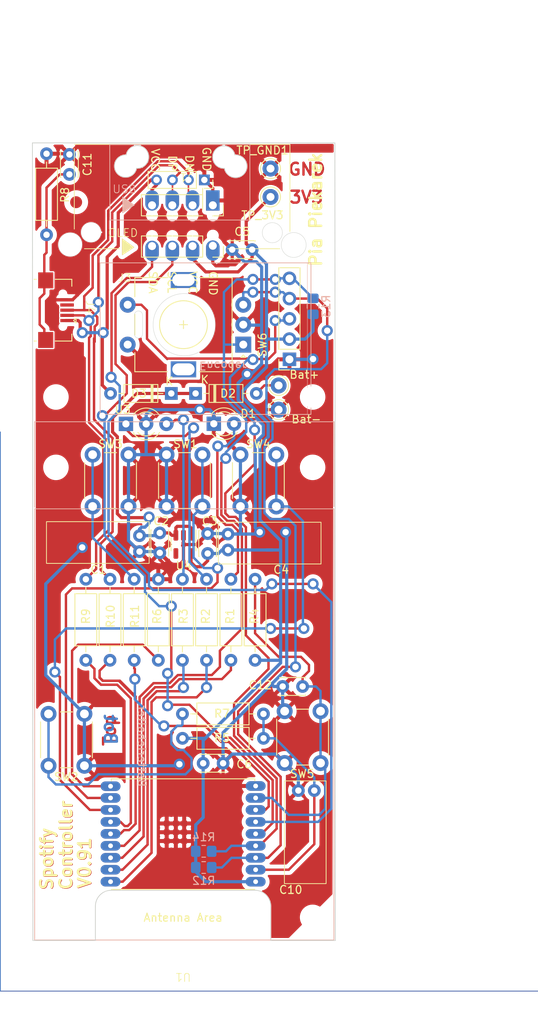
<source format=kicad_pcb>
(kicad_pcb (version 20221018) (generator pcbnew)
  (layers (0 "F.Cu" signal) (31 "B.Cu" signal) (34 "B.Paste" user) (35 "F.Paste" user) (36 "B.SilkS" user "B.Silkscreen") (37 "F.SilkS" user "F.Silkscreen") (38 "B.Mask" user) (39 "F.Mask" user) (44 "Edge.Cuts" user))
  (net 0 "")
  (net 1 "/5V_IN")
  (net 2 "GND")
  (net 3 "+3V3")
  (net 4 "USR_BTN1")
  (net 5 "Net-(U1-EN{slash}CHIP_PU)")
  (net 6 "USR_BTN2")
  (net 7 "USR_BTN3")
  (net 8 "Net-(J4-Shield)")
  (net 9 "/Boot")
  (net 10 "Net-(D1-A)")
  (net 11 "VBUS")
  (net 12 "ENC_CLK")
  (net 13 "ENC_DT")
  (net 14 "ENC_SW")
  (net 15 "MOSI{slash}SDA")
  (net 16 "CLK{slash}SCL")
  (net 18 "Net-(U1-GPIO10)")
  (net 19 "Net-(R7-Pad2)")
  (net 20 "Net-(U1-GPIO8)")
  (net 21 "Net-(U1-GPIO0{slash}ADC1_CH0{slash}XTAL_32K_P)")
  (net 22 "Net-(R2-Pad2)")
  (net 23 "Net-(U1-GPIO1{slash}ADC1_CH1{slash}XTAL_32K_N)")
  (net 24 "Net-(R3-Pad2)")
  (net 25 "/VCC_{BAT}")
  (net 27 "/D-")
  (net 28 "/D+")
  (net 29 "USB_DN")
  (net 30 "USB_DP")
  (net 31 "Net-(U1-GPIO2{slash}ADC1_CH2)")
  (footprint "Capacitor_THT:C_Disc_D3.0mm_W2.0mm_P2.50mm" (layer "F.Cu") (at 53.36 55.88)
    (fp_text reference "C5")
    (fp_text value "100n")
  )
  (footprint "Resistor_THT:R_Axial_DIN0207_L6.3mm_D2.5mm_P10.16mm_Horizontal" (layer "F.Cu") (at 56.230198 107.3658 90)
    (fp_text reference "R4")
    (fp_text value "10k")
  )
  (footprint "Resistor_THT:R_Axial_DIN0207_L6.3mm_D2.5mm_P10.16mm_Horizontal" (layer "F.Cu") (at 50.1396 107.3658 90)
    (fp_text reference "R2")
    (fp_text value "100R")
  )
  (footprint "Fiducial:Fiducial_1.5mm_Mask3mm" (layer "F.Cu") (at 63.45 139.6)
    (fp_text reference "FID2" hide)
    (fp_text value "Fiducial")
  )
  (footprint "Pia_Lib:C_Radial_D5.0mm_H11.0mm_P2.00mm_liegend" (layer "F.Cu") (at 52.832 93.539999 90)
    (fp_text reference "C4")
    (fp_text value "1u")
  )
  (footprint "Button_Switch_THT:SW_PUSH_6mm_H7.3mm" (layer "F.Cu") (at 58.892 81.586 -90)
    (fp_text reference "SW4")
    (fp_text value "SW_Push")
  )
  (footprint "Fiducial:Fiducial_1.5mm_Mask3mm" (layer "F.Cu") (at 31.25 139.6)
    (fp_text reference "FID3" hide)
    (fp_text value "Fiducial")
  )
  (footprint "Button_Switch_THT:SW_PUSH_6mm_H4.3mm" (layer "F.Cu") (at 30.32 120.59 90)
    (fp_text reference "SW2")
    (fp_text value "SW_Push")
  )
  (footprint "Capacitor_THT:C_Disc_D3.0mm_W2.0mm_P2.50mm" (layer "F.Cu") (at 32.94 43.95 -90)
    (fp_text reference "C11")
    (fp_text value "4n7")
  )
  (footprint "Pia_Lib:C_Radial_D5.0mm_H11.0mm_P2.00mm_liegend" (layer "F.Cu") (at 41.734001 91.739998 -90)
    (fp_text reference "C1")
    (fp_text value "1u")
  )
  (footprint "Connector_Pin:Pin_D1.0mm_L10.0mm" (layer "F.Cu") (at 58.166 49.276)
    (fp_text reference "TP_3V3")
    (fp_text value "Bat+")
  )
  (footprint "Resistor_THT:R_Axial_DIN0207_L6.3mm_D2.5mm_P10.16mm_Horizontal" (layer "F.Cu") (at 53.197484 107.3658 90)
    (fp_text reference "R1")
    (fp_text value "300R")
  )
  (footprint "LED_THT:LED_D3.0mm" (layer "F.Cu") (at 51.054 77.712)
    (fp_text reference "D1")
    (fp_text value "LED")
  )
  (footprint "LED_THT:LED_D3.0mm-3" (layer "F.Cu") (at 40.029 77.732)
    (fp_text reference "U3")
    (fp_text value "~")
  )
  (footprint "Pia_Lib:ESP32_C3_Wroom_02-easysolder" (layer "F.Cu") (at 47.2 146.5892 180)
    (fp_text reference "U1")
    (fp_text value "ESP32-C3-WROOM-02")
  )
  (footprint "Rotary_Encoder:RotaryEncoder_Alps_EC11E-Switch_Vertical_H20mm" (layer "F.Cu") (at 54.748 67.79 180)
    (fp_text reference "SW6")
    (fp_text value "RotaryEncoder_Switch")
  )
  (footprint "Resistor_THT:R_Axial_DIN0207_L6.3mm_D2.5mm_P10.16mm_Horizontal" (layer "F.Cu") (at 38.033914 97.2058 -90)
    (fp_text reference "R10")
    (fp_text value "22R")
  )
  (footprint "Connector_Pin:Pin_D1.0mm_L10.0mm" (layer "F.Cu") (at 59.182 72.912)
    (fp_text reference "TP1" hide)
    (fp_text value "Bat+")
  )
  (footprint "MountingHole:MountingHole_2.7mm_M2.5" (layer "F.Cu") (at 63.45 139.6)
    (fp_text reference "H4" hide)
    (fp_text value "MountingHole")
  )
  (footprint "Resistor_THT:R_Axial_DIN0207_L6.3mm_D2.5mm_P10.16mm_Horizontal" (layer "F.Cu") (at 35.0012 97.2058 -90)
    (fp_text reference "R9")
    (fp_text value "22R")
  )
  (footprint "Button_Switch_THT:SW_PUSH_6mm_H7.3mm" (layer "F.Cu") (at 35.85 88.086 90)
    (fp_text reference "SW3")
    (fp_text value "SW_Push")
  )
  (footprint "Pia_Lib:C_Radial_D5.0mm_H11.0mm_P2.00mm_liegend" (layer "F.Cu") (at 61.66 123.698)
    (fp_text reference "C10")
    (fp_text value "1u")
  )
  (footprint "Button_Switch_THT:SW_PUSH_6mm_H7.3mm" (layer "F.Cu") (at 49.621 81.586 -90)
    (fp_text reference "SW1")
    (fp_text value "SW_Push")
  )
  (footprint "Resistor_THT:R_Axial_DIN0207_L6.3mm_D2.5mm_P10.16mm_Horizontal" (layer "F.Cu") (at 41.066628 97.2058 -90)
    (fp_text reference "R11")
    (fp_text value "22R")
  )
  (footprint "Capacitor_THT:C_Disc_D3.0mm_W2.0mm_P2.50mm" (layer "F.Cu") (at 59.69 110.65)
    (fp_text reference "C12")
    (fp_text value "100n")
  )
  (footprint "Resistor_THT:R_Axial_DIN0207_L6.3mm_D2.5mm_P10.16mm_Horizontal" (layer "F.Cu") (at 44.091814 107.3658 90)
    (fp_text reference "R6")
    (fp_text value "10K")
  )
  (footprint "Pia_Lib:USB_B_Micro_CN" (layer "F.Cu") (at 35.022 63.0725 -90)
    (fp_text reference "J4")
    (fp_text value "USB_B_Micro")
  )
  (footprint "Resistor_THT:R_Axial_DIN0207_L6.3mm_D2.5mm_P10.16mm_Horizontal" (layer "F.Cu") (at 47.117 107.3658 90)
    (fp_text reference "R3")
    (fp_text value "100R")
  )
  (footprint "Button_Switch_THT:SW_PUSH_6mm_H4.3mm" (layer "F.Cu") (at 64.44 113.7491 -90)
    (fp_text reference "SW5")
    (fp_text value "Boot")
  )
  (footprint "MountingHole:MountingHole_2.7mm_M2.5" (layer "F.Cu") (at 63.45 83.18)
    (fp_text reference "H5" hide)
    (fp_text value "MountingHole")
  )
  (footprint "Connector_Pin:Pin_D1.0mm_L10.0mm" (layer "F.Cu") (at 59.182 75.946)
    (fp_text reference "TP2" hide)
    (fp_text value "Bat-")
  )
  (footprint "Capacitor_THT:C_Disc_D3.0mm_W2.0mm_P2.50mm" (layer "F.Cu") (at 49.7186 120.2766)
    (fp_text reference "C6")
    (fp_text value "100n")
  )
  (footprint "Resistor_THT:R_Axial_DIN0207_L6.3mm_D2.5mm_P10.16mm_Horizontal" (layer "F.Cu") (at 47.127801 117.1524)
    (fp_text reference "R5")
    (fp_text value "10k")
  )
  (footprint "Fiducial:Fiducial_1.5mm_Mask3mm" (layer "F.Cu") (at 33.782 49.9364)
    (fp_text reference "FID1" hide)
    (fp_text value "Fiducial")
  )
  (footprint "Diode_THT:D_DO-35_SOD27_P7.62mm_Horizontal" (layer "F.Cu") (at 45.72 73.914 180)
    (fp_text reference "D3")
    (fp_text value "1N4148")
  )
  (footprint "Connector_Pin:Pin_D1.0mm_L10.0mm" (layer "F.Cu") (at 58.166 45.72)
    (fp_text reference "TP_GND1")
    (fp_text value "Bat+")
  )
  (footprint "MountingHole:MountingHole_2.7mm_M2.5" (layer "F.Cu") (at 31.25 139.6)
    (fp_text reference "H1" hide)
    (fp_text value "MountingHole")
  )
  (footprint "Pia_Lib:Encoder KY-040" (layer "F.Cu") (at 47.34 65.29 180)
    (fp_text reference "J3")
    (fp_text value "Conn_01x05_Socket")
    (fp_line (start 5.2324 -1.1792) (end 5.2324 1.2084) (stroke (width 0.05)) (layer "Edge.Cuts"))
    (fp_line (start 6.2484 1.2084) (end 6.2484 -1.1792) (stroke (width 0.05)) (layer "Edge.Cuts"))
    (fp_arc (start 5.2324 -1.1792) (mid 5.7404 -1.6872) (end 6.2484 -1.1792) (stroke (width 0.05)) (layer "Edge.Cuts"))
    (fp_arc (start 6.2484 1.2084) (mid 5.7404 1.7164) (end 5.2324 1.2084) (stroke (width 0.05)) (layer "Edge.Cuts"))
    (fp_circle (center 0 0) (end 3.9 0) (stroke (width 0.05)) (fill none) (layer "Edge.Cuts"))
  )
  (footprint "Capacitor_THT:C_Disc_D3.0mm_W2.0mm_P2.50mm" (layer "F.Cu") (at 44.274001 91.399999 -90)
    (fp_text reference "C2")
    (fp_text value "100n")
  )
  (footprint "Capacitor_THT:C_Disc_D3.0mm_W2.0mm_P2.50mm" (layer "F.Cu") (at 50.284001 93.98 90)
    (fp_text reference "C3")
    (fp_text value "100n")
  )
  (footprint "Pia_Lib:USB_C_and_Oled" (layer "F.Cu") (at 50.927 52.8974 180)
    (fp_text reference "J1")
    (fp_text value "Conn_02x04_Top_Bottom")
    (fp_arc (start -2.7686 8.89) (mid -3.985132 6.589044) (end -1.457348 7.209254) (stroke (width 0.1)) (layer "Edge.Cuts"))
    (fp_arc (start -1.457522 7.205717) (mid -0.27723 9.476904) (end -2.7686 8.89) (stroke (width 0.1)) (layer "Edge.Cuts"))
    (fp_arc (start 9.559972 7.2136) (mid 12.045089 6.628203) (end 10.867752 8.893647) (stroke (width 0.1)) (layer "Edge.Cuts"))
    (fp_arc (start 10.867752 8.893647) (mid 8.339969 9.513861) (end 9.5565 7.212901) (stroke (width 0.1)) (layer "Edge.Cuts"))
    (fp_circle (center -10.15 -2.4) (end -8.949942 -3.397253) (stroke (width 0.05)) (fill none) (layer "Edge.Cuts"))
    (fp_circle (center -7.4676 -0.862) (end -8.7052 -0.6204) (stroke (width 0.05)) (fill none) (layer "Edge.Cuts"))
    (fp_circle (center 15.273224 -0.811093) (end 14.0532 -1.1284) (stroke (width 0.05)) (fill none) (layer "Edge.Cuts"))
    (fp_circle (center 17.890824 -2.349093) (end 17.1704 -3.6684) (stroke (width 0.05)) (fill none) (layer "Edge.Cuts"))
  )
  (footprint "MountingHole:MountingHole_2.7mm_M2.5" (layer "F.Cu") (at 31.25 83.18)
    (fp_text reference "H6" hide)
    (fp_text value "MountingHole")
  )
  (footprint "Diode_THT:D_DO-35_SOD27_P7.62mm_Horizontal" (layer "F.Cu") (at 48.768 73.914)
    (fp_text reference "D2")
    (fp_text value "1N4148")
  )
  (footprint "Resistor_THT:R_Axial_DIN0207_L6.3mm_D2.5mm_P10.16mm_Horizontal" (layer "F.Cu") (at 30.07 54.019999 90)
    (fp_text reference "R8")
    (fp_text value "1M")
  )
  (footprint "Resistor_THT:R_Axial_DIN0207_L6.3mm_D2.5mm_P10.16mm_Horizontal" (layer "F.Cu") (at 57.28 114.09 180)
    (fp_text reference "R7")
    (fp_text value "22R")
  )
  (footprint "Package_TO_SOT_SMD:SOT-23-5" (layer "F.Cu") (at 47.245601 92.839099 -90)
    (fp_text reference "U4")
    (fp_text value "AP2112K-3.3")
  )
  (footprint "MountingHole:MountingHole_2.7mm_M2.5" (layer "B.Cu") (at 63.45 74.36 180)
    (fp_text reference "H2" hide)
    (fp_text value "MountingHole")
  )
  (footprint "Resistor_SMD:R_0805_2012Metric_Pad1.20x1.40mm_HandSolder" (layer "B.Cu") (at 49.784 131.318)
    (fp_text reference "R14")
    (fp_text value "10k")
  )
  (footprint "MountingHole:MountingHole_2.7mm_M2.5" (layer "B.Cu") (at 31.25 74.36 180)
    (fp_text reference "H3" hide)
    (fp_text value "MountingHole")
  )
  (footprint "Resistor_SMD:R_0805_2012Metric_Pad1.20x1.40mm_HandSolder" (layer "B.Cu") (at 49.784 133.35)
    (fp_text reference "R12")
    (fp_text value "10k")
  )
  (footprint "Pia_Lib:Battery_holder" (layer "B.Cu") (at 50.9202 115.36 90)
    (fp_text reference "BT1" hide)
    (fp_text value "Battery_Holder")
  )
  (footprint "Resistor_SMD:R_0805_2012Metric_Pad1.20x1.40mm_HandSolder" (layer "B.Cu") (at 63.5 62.992 90)
    (fp_text reference "R13")
    (fp_text value "10k")
  )
  (gr_line (start 24.2824 78.74) (end 24.2824 148.844) (stroke (width 0.1)) (layer "F.Cu"))
  (gr_line (start 24.2824 148.844) (end 91.694 148.844) (stroke (width 0.1)) (layer "F.Cu"))
  (gr_line (start 24.2824 148.844) (end 91.694 148.844) (stroke (width 0.1)) (layer "B.Cu"))
  (gr_line (start 24.2824 78.74) (end 24.2824 148.844) (stroke (width 0.1)) (layer "B.Cu"))
  (gr_line (start 66.3 142.5) (end 58.2 142.5) (stroke (width 0.1)) (layer "Edge.Cuts"))
  (gr_line (start 56.2 136.2) (end 38.2 136.2) (stroke (width 0.1)) (layer "Edge.Cuts"))
  (gr_line (start 66.24 42.5) (end 28.3 42.5) (stroke (width 0.1)) (layer "Edge.Cuts"))
  (gr_line (start 66.3 142.5) (end 66.24 42.5) (stroke (width 0.1)) (layer "Edge.Cuts"))
  (gr_line (start 28.36 142.5) (end 36.2 142.5) (stroke (width 0.1)) (layer "Edge.Cuts"))
  (gr_line (start 28.3 42.5) (end 28.36 142.5) (stroke (width 0.1)) (layer "Edge.Cuts"))
  (gr_line (start 36.2 142.5) (end 36.2 138.2) (stroke (width 0.1)) (layer "Edge.Cuts"))
  (gr_line (start 58.2 142.5) (end 58.2 138.2) (stroke (width 0.1)) (layer "Edge.Cuts"))
  (gr_arc (start 56.2 136.2) (mid 57.614214 136.785786) (end 58.2 138.2) (stroke (width 0.1)) (layer "Edge.Cuts"))
  (gr_arc (start 36.2 138.2) (mid 36.785786 136.785786) (end 38.2 136.2) (stroke (width 0.1)) (layer "Edge.Cuts"))
  (gr_text "GND" (at 60.2488 46.6852) (layer "F.Cu") (effects (font (size 1.5 1.5) (thickness 0.3) bold) (justify left bottom)))
  (gr_text "Top" (at 38.862 118.2624 90) (layer "F.Cu") (effects (font (size 1.5 1.5) (thickness 0.3) bold) (justify left bottom)))
  (gr_text "Spotify \nController" (at 33.4264 136.3472 90) (layer "F.Cu") (effects (font (size 1.5 1.5) (thickness 0.3) bold) (justify left bottom)))
  (gr_text "3V3" (at 60.4012 50.1904) (layer "F.Cu") (effects (font (size 1.5 1.5) (thickness 0.3) bold) (justify left bottom)))
  (gr_text "V0.91\n" (at 35.7632 136.144 90) (layer "F.Cu") (effects (font (size 1.5 1.5) (thickness 0.3) bold) (justify left bottom)))
  (gr_text "Bot" (at 37.1856 118.11 270) (layer "B.Cu") (effects (font (size 1.5 1.5) (thickness 0.3) bold) (justify left bottom mirror)))
  (gr_text "Pia Piekarek" (at 64.7192 58.166 90) (layer "F.SilkS") (effects (font (size 1.5 1.5) (thickness 0.3) bold) (justify left bottom)))
  (gr_text "V0.91\n" (at 35.7124 136.0932 90) (layer "F.SilkS") (effects (font (size 1.5 1.5) (thickness 0.3) bold) (justify left bottom)))
  (gr_text "Bat-" (at 60.706 77.724) (layer "F.SilkS") (effects (font (size 1 1)) (justify left bottom)))
  (gr_text "Bat+" (at 60.452 72.136) (layer "F.SilkS") (effects (font (size 1 1)) (justify left bottom)))
  (gr_text "Spotify \nController" (at 33.3756 136.2964 90) (layer "F.SilkS") (effects (font (size 1.5 1.5) (thickness 0.3) bold) (justify left bottom)))
  (segment (start 46.295601 91.701599) (end 45.793601 91.701599) (width 0.4) (layer "F.Cu") (net 1))
  (segment (start 41.402 73.914) (end 45.72 73.914) (width 0.4) (layer "F.Cu") (net 1))
  (segment (start 38.354 76.962) (end 41.402 73.914) (width 0.4) (layer "F.Cu") (net 1))
  (segment (start 47.992401 90.572999) (end 48.246401 90.826999) (width 0.4) (layer "F.Cu") (net 1))
  (segment (start 38.354 78.74) (end 38.354 76.962) (width 0.4) (layer "F.Cu") (net 1))
  (segment (start 48.195601 90.877799) (end 48.195601 91.701599) (width 0.4) (layer "F.Cu") (net 1))
  (segment (start 46.295601 90.745799) (end 46.468401 90.572999) (width 0.4) (layer "F.Cu") (net 1))
  (segment (start 45.492001 91.399999) (end 44.274001 91.399999) (width 0.4) (layer "F.Cu") (net 1))
  (segment (start 45.793601 91.701599) (end 45.492001 91.399999) (width 0.4) (layer "F.Cu") (net 1))
  (segment (start 46.468401 90.572999) (end 47.992401 90.572999) (width 0.4) (layer "F.Cu") (net 1))
  (segment (start 38.95 88.988) (end 38.95 79.336) (width 0.4) (layer "F.Cu") (net 1))
  (segment (start 42.926 89.408) (end 42.848 89.486) (width 0.4) (layer "F.Cu") (net 1))
  (segment (start 45.72 73.914) (end 48.768 73.914) (width 0.4) (layer "F.Cu") (net 1))
  (segment (start 38.95 79.336) (end 38.354 78.74) (width 0.4) (layer "F.Cu") (net 1))
  (segment (start 42.848 89.486) (end 39.448 89.486) (width 0.4) (layer "F.Cu") (net 1))
  (segment (start 48.246401 90.826999) (end 48.195601 90.877799) (width 0.4) (layer "F.Cu") (net 1))
  (segment (start 39.448 89.486) (end 38.95 88.988) (width 0.4) (layer "F.Cu") (net 1))
  (segment (start 46.295601 91.701599) (end 46.295601 90.745799) (width 0.4) (layer "F.Cu") (net 1))
  (via (at 42.926 89.408) (size 1.4) (drill 0.8) (layers "F.Cu" "B.Cu") (net 1))
  (segment (start 41.988001 90.678) (end 41.734001 90.932) (width 0.4) (layer "B.Cu") (net 1))
  (segment (start 42.926 90.17) (end 42.418 90.678) (width 0.4) (layer "B.Cu") (net 1))
  (segment (start 43.934002 91.739998) (end 44.274001 91.399999) (width 0.4) (layer "B.Cu") (net 1))
  (segment (start 42.926 89.408) (end 42.926 90.17) (width 0.4) (layer "B.Cu") (net 1))
  (segment (start 42.418 90.678) (end 41.988001 90.678) (width 0.4) (layer "B.Cu") (net 1))
  (segment (start 41.734001 90.932) (end 41.734001 91.739998) (width 0.4) (layer "B.Cu") (net 1))
  (segment (start 41.734001 91.739998) (end 43.934002 91.739998) (width 0.4) (layer "B.Cu") (net 1))
  (segment (start 44.98686 96.310754) (end 44.98686 95.441458) (width 0.4) (layer "F.Cu") (net 2))
  (segment (start 37.2491 51.266232) (end 37.249081 51.266213) (width 0.4) (layer "F.Cu") (net 2))
  (segment (start 46.679942 95.441458) (end 44.98686 95.441458) (width 0.4) (layer "F.Cu") (net 2))
  (segment (start 44.848 72.39) (end 54.325072 72.39) (width 0.4) (layer "F.Cu") (net 2))
  (segment (start 37.25 90.512) (end 34.544 93.218) (width 0.4) (layer "F.Cu") (net 2))
  (segment (start 47.245601 92.858999) (end 47.245601 94.875799) (width 0.4) (layer "F.Cu") (net 2))
  (segment (start 37.249081 50.787319) (end 43.7808 44.2556) (width 0.4) (layer "F.Cu") (net 2))
  (segment (start 33.3315 62.1725) (end 31.215 62.1725) (width 0.4) (layer "F.Cu") (net 2))
  (segment (start 37.2491 51.308) (end 37.2491 51.9176) (width 0.4) (layer "F.Cu") (net 2))
  (segment (start 44.274001 94.728599) (end 44.274001 93.899999) (width 0.4) (layer "F.Cu") (net 2))
  (segment (start 37.25 80.176) (end 37.25 90.512) (width 0.4) (layer "F.Cu") (net 2))
  (segment (start 55.229536 71.485536) (end 61.610464 71.485536) (width 0.4) (layer "F.Cu") (net 2))
  (segment (start 31.215 62.1725) (end 30.48 62.9075) (width 0.4) (layer "F.Cu") (net 2))
  (segment (start 34.798 69.51858) (end 34.798 77.724) (width 0.4) (layer "F.Cu") (net 2))
  (segment (start 47.245601 91.701599) (end 47.245601 92.858999) (width 0.4) (layer "F.Cu") (net 2))
  (segment (start 50.927 48.2002) (end 49.8692 47.1424) (width 0.4) (layer "F.Cu") (net 2))
  (segment (start 47.752 118.364) (end 46.736 119.38) (width 0.4) (layer "F.Cu") (net 2))
  (segment (start 46.736 119.38) (end 46.736 120.396) (width 0.4) (layer "F.Cu") (net 2))
  (segment (start 37.2491 51.9176) (end 37.2491 54.4449) (width 0.4) (layer "F.Cu") (net 2))
  (segment (start 35.306 60.198) (end 33.3315 62.1725) (width 0.4) (layer "F.Cu") (net 2))
  (segment (start 47.964 44.2556) (end 49.8692 46.1608) (width 0.4) (layer "F.Cu") (net 2))
  (segment (start 50.927 50.3174) (end 50.927 48.2002) (width 0.4) (layer "F.Cu") (net 2))
  (segment (start 50.927 55.3974) (end 50.927 57.531) (width 0.4) (layer "F.Cu") (net 2))
  (segment (start 52.2186 121.8146) (end 52.2186 120.2766) (width 0.4) (layer "F.Cu") (net 2))
  (segment (start 52.2186 119.2746) (end 51.308 118.364) (width 0.4) (layer "F.Cu") (net 2))
  (segment (start 30.48 62.9075) (end 30.48 65.20058) (width 0.4) (layer "F.Cu") (net 2))
  (segment (start 54.325072 72.39) (end 55.229536 71.485536) (width 0.4) (layer "F.Cu") (net 2))
  (segment (start 40.248 67.79) (end 44.848 72.39) (width 0.4) (layer "F.Cu") (net 2))
  (segment (start 37.2491 51.9176) (end 37.2491 51.266232) (width 0.4) (layer "F.Cu") (net 2))
  (segment (start 32.849999 43.859999) (end 32.94 43.95) (width 0.4) (layer "F.Cu") (net 2))
  (segment (start 52.832 57.912) (end 53.36 57.384) (width 0.4) (layer "F.Cu") (net 2))
  (segment (start 35.306 56.388) (end 35.306 60.198) (width 0.4) (layer "F.Cu") (net 2))
  (segment (start 49.8692 46.1608) (end 49.8692 47.1424) (width 0.4) (layer "F.Cu") (net 2))
  (segment (start 47.245601 94.875799) (end 46.679942 95.441458) (width 0.4) (layer "F.Cu") (net 2))
  (segment (start 47.245601 92.858999) (end 48.905002 92.858999) (width 0.4) (layer "F.Cu") (net 2))
  (segment (start 30.48 65.20058) (end 34.798 69.51858) (width 0.4) (layer "F.Cu") (net 2))
  (segment (start 61.610464 71.485536) (end 63.5 69.596) (width 0.4) (layer "F.Cu") (net 2))
  (segment (start 59.182 75.946) (end 49.276 75.946) (width 0.4) (layer "F.Cu") (net 2))
  (segment (start 53.532 123.128) (end 52.2186 121.8146) (width 0.4) (layer "F.Cu") (net 2))
  (segment (start 58.166 45.72) (end 53.36 50.526) (width 0.4) (layer "F.Cu") (net 2))
  (segment (start 43.7808 44.2556) (end 47.964 44.2556) (width 0.4) (layer "F.Cu") (net 2))
  (segment (start 30.07 43.859999) (end 32.849999 43.859999) (width 0.4) (layer "F.Cu") (net 2))
  (segment (start 37.2491 51.308) (end 37.249081 51.307981) (width 0.4) (layer "F.Cu") (net 2))
  (segment (start 51.308 57.912) (end 52.832 57.912) (width 0.4) (layer "F.Cu") (net 2))
  (segment (start 37.249081 51.266213) (end 37.249081 50.787319) (width 0.4) (layer "F.Cu") (net 2))
  (segment (start 37.2491 54.4449) (end 35.306 56.388) (width 0.4) (layer "F.Cu") (net 2))
  (segment (start 50.927 57.531) (end 51.308 57.912) (width 0.4) (layer "F.Cu") (net 2))
  (segment (start 51.308 118.364) (end 47.752 118.364) (width 0.4) (layer "F.Cu") (net 2))
  (segment (start 60.060211 91.302211) (end 56.812026 91.302211) (width 0.4) (layer "F.Cu") (net 2))
  (segment (start 53.36 57.384) (end 53.36 55.88) (width 0.4) (layer "F.Cu") (net 2))
  (segment (start 44.98686 95.441458) (end 44.274001 94.728599) (width 0.4) (layer "F.Cu") (net 2))
  (segment (start 34.798 77.724) (end 37.25 80.176) (width 0.4) (layer "F.Cu") (net 2))
  (segment (start 48.905002 92.858999) (end 50.284001 91.48) (width 0.4) (layer "F.Cu") (net 2))
  (segment (start 53.36 50.526) (end 53.36 55.88) (width 0.4) (layer "F.Cu") (net 2))
  (segment (start 56.3 123.128) (end 53.532 123.128) (width 0.4) (layer "F.Cu") (net 2))
  (segment (start 44.091814 97.2058) (end 44.98686 96.310754) (width 0.4) (layer "F.Cu") (net 2))
  (segment (start 52.2186 120.2766) (end 52.2186 119.2746) (width 0.4) (layer "F.Cu") (net 2))
  (via (at 46.736 120.396) (size 1.4) (drill 0.8) (layers "F.Cu" "B.Cu") (net 2))
  (via (at 60.060211 91.302211) (size 1.4) (drill 0.8) (layers "F.Cu" "B.Cu") (net 2))
  (via (at 55.229536 71.485536) (size 1.4) (drill 0.8) (layers "F.Cu" "B.Cu") (net 2))
  (via (at 49.276 75.946) (size 1.4) (drill 0.8) (layers "F.Cu" "B.Cu") (net 2))
  (via (at 63.5 69.596) (size 1.4) (drill 0.8) (layers "F.Cu" "B.Cu") (net 2))
  (via (at 56.812026 91.302211) (size 1.4) (drill 0.8) (layers "F.Cu" "B.Cu") (net 2))
  (via (at 34.544 93.218) (size 1.4) (drill 0.8) (layers "F.Cu" "B.Cu") (net 2))
  (segment (start 42.569 81.483) (end 42.569 77.732) (width 0.4) (layer "B.Cu") (net 2))
  (segment (start 52.2186 120.2766) (end 52.2186 116.4374) (width 0.4) (layer "B.Cu") (net 2))
  (segment (start 57.27 77.883076) (end 57.27 79.091415) (width 0.4) (layer "B.Cu") (net 2))
  (segment (start 52.2186 116.4374) (end 58.293 110.363) (width 0.4) (layer "B.Cu") (net 2))
  (segment (start 51.816 91.48) (end 52.772001 91.48) (width 0.4) (layer "B.Cu") (net 2))
  (segment (start 50.284001 91.48) (end 51.816 91.48) (width 0.4) (layer "B.Cu") (net 2))
  (segment (start 54.392 91.404) (end 54.356 91.44) (width 0.4) (layer "B.Cu") (net 2))
  (segment (start 40.35 92.355997) (end 41.734001 93.739998) (width 0.4) (layer "B.Cu") (net 2))
  (segment (start 45.121 81.586) (end 45.121 88.086) (width 0.4) (layer "B.Cu") (net 2))
  (segment (start 58.8169 119.126) (end 59.94 120.2491) (width 0.4) (layer "B.Cu") (net 2))
  (segment (start 56.388 57.404) (end 57.058 58.074) (width 0.4) (layer "B.Cu") (net 2))
  (segment (start 40.35 81.586) (end 40.35 88.086) (width 0.4) (layer "B.Cu") (net 2))
  (segment (start 34.544 93.218) (end 29.972 97.79) (width 0.4) (layer "B.Cu") (net 2))
  (segment (start 49.276 75.946) (end 50.546 75.946) (width 0.4) (layer "B.Cu") (net 2))
  (segment (start 56.812026 91.302211) (end 56.574238 91.539999) (width 0.4) (layer "B.Cu") (net 2))
  (segment (start 63.456 69.64) (end 63.5 69.596) (width 0.4) (layer "B.Cu") (net 2))
  (segment (start 42.569 81.483) (end 42.672 81.586) (width 0.4) (layer "B.Cu") (net 2))
  (segment (start 51.054 76.454) (end 51.054 77.712) (width 0.4) (layer "B.Cu") (net 2))
  (segment (start 56.574238 91.539999) (end 54.61 91.539999) (width 0.4) (layer "B.Cu") (net 2))
  (segment (start 52.2186 120.2766) (end 53.3692 119.126) (width 0.4) (layer "B.Cu") (net 2))
  (segment (start 54.3 65.35) (end 56.824 65.35) (width 0.4) (layer "B.Cu") (net 2))
  (segment (start 56.254 80.107415) (end 56.254 90.744185) (width 0.4) (layer "B.Cu") (net 2))
  (segment (start 43.18 75.946) (end 42.569 76.557) (width 0.4) (layer "B.Cu") (net 2))
  (segment (start 54.102 72.613072) (end 54.102 74.715076) (width 0.4) (layer "B.Cu") (net 2))
  (segment (start 46.736 120.396) (end 46.542 120.59) (width 0.4) (layer "B.Cu") (net 2))
  (segment (start 54.392 88.086) (end 54.392 81.586) (width 0.4) (layer "B.Cu") (net 2))
  (segment (start 49.276 75.946) (end 43.18 75.946) (width 0.4) (layer "B.Cu") (net 2))
  (segment (start 51.816 91.48) (end 52.873601 91.48) (width 0.4) (layer "B.Cu") (net 2))
  (segment (start 54.61 91.539999) (end 52.9336 91.539999) (width 0.4) (layer "B.Cu") (net 2))
  (segment (start 58.293 110.363) (end 60.198 108.458) (width 0.4) (layer "B.Cu") (net 2))
  (segment (start 52.704002 91.48) (end 52.764001 91.539999) (width 0.4) (layer "B.Cu") (net 2))
  (segment (start 56.254 80.107415) (end 56.623707 79.737707) (width 0.4) (layer "B.Cu") (net 2))
  (segment (start 53.36 55.88) (end 54.884 57.404) (width 0.4) (layer "B.Cu") (net 2))
  (segment (start 55.768464 71.485536) (end 57.058 70.196) (width 0.4) (layer "B.Cu") (net 2))
  (segment (start 52.772001 91.48) (end 52.832 91.539999) (width 0.4) (layer "B.Cu") (net 2))
  (segment (start 53.3692 119.126) (end 58.8169 119.126) (width 0.4) (layer "B.Cu") (net 2))
  (segment (start 53.848 91.539999) (end 52.832 91.539999) (width 0.4) (layer "B.Cu") (net 2))
  (segment (start 52.873601 91.48) (end 52.9336 91.539999) (width 0.4) (layer "B.Cu") (net 2))
  (segment (start 60.060211 91.302211) (end 60.198 91.44) (width 0.4) (layer "B.Cu") (net 2))
  (segment (start 54.256001 91.539999) (end 54.102 91.539999) (width 0.4) (layer "B.Cu") (net 2))
  (segment (start 44.114 93.739998) (end 44.274001 93.899999) (width 0.4) (layer "B.Cu") (net 2))
  (segment (start 54.102 74.715076) (end 57.27 77.883076) (width 0.4) (layer "B.Cu") (net 2))
  (segment (start 54.356 91.44) (end 54.256001 91.539999) (width 0.4) (layer "B.Cu") (net 2))
  (segment (start 29.972 109.242) (end 34.82 114.09) (width 0.4) (layer "B.Cu") (net 2))
  (segment (start 61.66 121.9691) (end 61.66 123.698) (width 0.4) (layer "B.Cu") (net 2))
  (segment (start 56.254 90.744185) (end 56.812026 91.302211) (width 0.4) (layer "B.Cu") (net 2))
  (segment (start 34.82 114.09) (end 34.82 120.59) (width 0.4) (layer "B.Cu") (net 2))
  (segment (start 53.848 91.539999) (end 52.764001 91.539999) (width 0.4) (layer "B.Cu") (net 2))
  (segment (start 54.392 88.086) (end 54.392 91.404) (width 0.4) (layer "B.Cu") (net 2))
  (segment (start 59.94 120.2491) (end 61.66 121.9691) (width 0.4) (layer "B.Cu") (net 2))
  (segment (start 50.546 75.946) (end 51.054 76.454) (width 0.4) (layer "B.Cu") (net 2))
  (segment (start 57.27 79.091415) (end 56.623707 79.737707) (width 0.4) (layer "B.Cu") (net 2))
  (segment (start 40.35 81.586) (end 42.672 81.586) (width 0.4) (layer "B.Cu") (net 2))
  (segment (start 59.69 110.65) (end 58.58 110.65) (width 0.4) (layer "B.Cu") (net 2))
  (segment (start 59.69 110.65) (end 59.69 113.4991) (width 0.4) (layer "B.Cu") (net 2))
  (segment (start 41.734001 93.739998) (end 44.114 93.739998) (width 0.4) (layer "B.Cu") (net 2))
  (segment (start 42.672 81.586) (end 45.121 81.586) (width 0.4) (layer "B.Cu") (net 2))
  (segment (start 54.884 57.404) (end 56.388 57.404) (width 0.4) (layer "B.Cu") (net 2))
  (segment (start 59.69 113.4991) (end 59.94 113.7491) (width 0.4) (layer "B.Cu") (net 2))
  (segment (start 55.229536 71.485536) (end 55.768464 71.485536) (width 0.4) (layer "B.Cu") (net 2))
  (segment (start 55.229536 71.485536) (end 54.102 72.613072) (width 0.4) (layer "B.Cu") (net 2))
  (segment (start 29.972 97.79) (end 29.972 109.242) (width 0.4) (layer "B.Cu") (net 2))
  (segment (start 57.27 79.091415) (end 56.254 80.107415) (width 0.4) (layer "B.Cu") (net 2))
  (segment (start 42.569 76.557) (end 42.569 77.732) (width 0.4) (layer "B.Cu") (net 2))
  (segment (start 51.816 91.48) (end 52.704002 91.48) (width 0.4) (layer "B.Cu") (net 2))
  (segment (start 58.58 110.65) (end 58.293 110.363) (width 0.4) (layer "B.Cu") (net 2))
  (segment (start 40.35 88.086) (end 40.35 92.355997) (width 0.4) (layer "B.Cu") (net 2))
  (segment (start 54.102 91.539999) (end 53.848 91.539999) (width 0.4) (layer "B.Cu") (net 2))
  (segment (start 60.198 91.44) (end 60.198 108.458) (width 0.4) (layer "B.Cu") (net 2))
  (segment (start 46.542 120.59) (end 34.82 120.59) (width 0.4) (layer "B.Cu") (net 2))
  (segment (start 57.058 70.196) (end 57.058 58.074) (width 0.4) (layer "B.Cu") (net 2))
  (segment (start 54.61 91.539999) (end 54.102 91.539999) (width 0.4) (layer "B.Cu") (net 2))
  (segment (start 60.54 69.64) (end 63.456 69.64) (width 0.4) (layer "B.Cu") (net 2))
  (segment (start 55.118 52.324) (end 55.118 55.138) (width 0.4) (layer "F.Cu") (net 3))
  (segment (start 48.195601 95.094199) (end 48.741309 95.639907) (width 0.4) (layer "F.Cu") (net 3))
  (segment (start 58.166 49.276) (end 55.118 52.324) (width 0.4) (layer "F.Cu") (net 3))
  (segment (start 55.86 55.88) (end 55.86 56.916) (width 0.4) (layer "F.Cu") (net 3))
  (segment (start 55.118 55.138) (end 55.86 55.88) (width 0.4) (layer "F.Cu") (net 3))
  (segment (start 55.86 56.916) (end 54.102 58.674) (width 0.4) (layer "F.Cu") (net 3))
  (segment (start 48.195601 93.976599) (end 48.195601 95.094199) (width 0.4) (layer "F.Cu") (net 3))
  (segment (start 48.741309 95.639907) (end 49.529493 95.639907) (width 0.4) (layer "F.Cu") (net 3))
  (segment (start 50.284001 94.885399) (end 50.284001 93.98) (width 0.4) (layer "F.Cu") (net 3))
  (segment (start 54.102 58.674) (end 50.038 58.674) (width 0.4) (layer "F.Cu") (net 3))
  (segment (start 49.529493 95.639907) (end 50.284001 94.885399) (width 0.4) (layer "F.Cu") (net 3))
  (segment (start 50.038 58.674) (end 48.387 57.023) (width 0.4) (layer "F.Cu") (net 3))
  (segment (start 48.387 57.023) (end 48.387 55.4374) (width 0.4) (layer "F.Cu") (net 3))
  (segment (start 63.5 63.992) (end 63.5 66.084) (width 0.4) (layer "B.Cu") (net 3))
  (segment (start 52.07 93.539999) (end 52.832 93.539999) (width 0.4) (layer "B.Cu") (net 3))
  (segment (start 59.436 92.37055) (end 56.854 89.78855) (width 0.4) (layer "B.Cu") (net 3))
  (segment (start 56.854 89.78855) (end 56.854 80.355943) (width 0.4) (layer "B.Cu") (net 3))
  (segment (start 47.127801 117.1524) (end 49.9796 117.1524) (width 0.4) (layer "B.Cu") (net 3))
  (segment (start 57.87 79.339943) (end 57.87 77.634548) (width 0.4) (layer "B.Cu") (net 3))
  (segment (start 48.784 133.35) (end 48.784 131.318) (width 0.4) (layer "B.Cu") (net 3))
  (segment (start 54.702 73.568) (end 57.658 70.612) (width 0.4) (layer "B.Cu") (net 3))
  (segment (start 48.784 131.318) (end 48.784 128) (width 0.4) (layer "B.Cu") (net 3))
  (segment (start 49.7186 117.4134) (end 53.34 113.792) (width 0.4) (layer "B.Cu") (net 3))
  (segment (start 57.658 67.056) (end 57.658 57.678) (width 0.4) (layer "B.Cu") (net 3))
  (segment (start 59.436 93.472) (end 59.436 92.37055) (width 0.4) (layer "B.Cu") (net 3))
  (segment (start 49.7186 127.0654) (end 49.7186 120.2766) (width 0.4) (layer "B.Cu") (net 3))
  (segment (start 57.658 93.539999) (end 59.368001 93.539999) (width 0.4) (layer "B.Cu") (net 3))
  (segment (start 49.9796 117.1524) (end 53.34 113.792) (width 0.4) (layer "B.Cu") (net 3))
  (segment (start 53.848 93.539999) (end 58.42 93.539999) (width 0.4) (layer "B.Cu") (net 3))
  (segment (start 59.436 107.188) (end 59.436 93.472) (width 0.4) (layer "B.Cu") (net 3))
  (segment (start 50.038 135.128) (end 56.3 135.128) (width 0.4) (layer "B.Cu") (net 3))
  (segment (start 52.07 93.539999) (end 52.9336 93.539999) (width 0.4) (layer "B.Cu") (net 3))
  (segment (start 59.368001 93.539999) (end 59.436 93.472) (width 0.4) (layer "B.Cu") (net 3))
  (segment (start 56.854 80.355943) (end 57.87 79.339943) (width 0.4) (layer "B.Cu") (net 3))
  (segment (start 48.784 133.874) (end 50.038 135.128) (width 0.4) (layer "B.Cu") (net 3))
  (segment (start 57.702 67.1) (end 57.658 67.056) (width 0.4) (layer "B.Cu") (net 3))
  (segment (start 59.2582 107.3658) (end 59.436 107.188) (width 0.4) (layer "B.Cu") (net 3))
  (segment (start 49.7186 120.2766) (end 49.7186 117.4134) (width 0.4) (layer "B.Cu") (net 3))
  (segment (start 63.5 66.084) (end 62.484 67.1) (width 0.4) (layer "B.Cu") (net 3))
  (segment (start 57.658 70.612) (end 57.658 67.056) (width 0.4) (layer "B.Cu") (net 3))
  (segment (start 59.436 107.696) (end 59.436 107.188) (width 0.4) (layer "B.Cu") (net 3))
  (segment (start 53.34 113.792) (end 59.436 107.696) (width 0.4) (layer "B.Cu") (net 3))
  (segment (start 57.658 57.678) (end 55.86 55.88) (width 0.4) (layer "B.Cu") (net 3))
  (segment (start 48.784 128) (end 49.7186 127.0654) (width 0.4) (layer "B.Cu") (net 3))
  (segment (start 48.784 133.35) (end 48.784 133.874) (width 0.4) (layer "B.Cu") (net 3))
  (segment (start 51.629999 93.98) (end 50.284001 93.98) (width 0.4) (layer "B.Cu") (net 3))
  (segment (start 62.484 67.1) (end 60.54 67.1) (width 0.4) (layer "B.Cu") (net 3))
  (segment (start 57.87 77.634548) (end 54.702 74.466548) (width 0.4) (layer "B.Cu") (net 3))
  (segment (start 49.7186 117.4134) (end 49.9796 117.1524) (width 0.4) (layer "B.Cu") (net 3))
  (segment (start 52.9336 93.539999) (end 53.848 93.539999) (width 0.4) (layer "B.Cu") (net 3))
  (segment (start 51.629999 93.98) (end 52.07 93.539999) (width 0.4) (layer "B.Cu") (net 3))
  (segment (start 57.658 93.539999) (end 58.42 93.539999) (width 0.4) (layer "B.Cu") (net 3))
  (segment (start 60.54 67.1) (end 57.702 67.1) (width 0.4) (layer "B.Cu") (net 3))
  (segment (start 53.848 93.539999) (end 52.832 93.539999) (width 0.4) (layer "B.Cu") (net 3))
  (segment (start 54.702 74.466548) (end 54.702 73.568) (width 0.4) (layer "B.Cu") (net 3))
  (segment (start 56.230198 107.3658) (end 59.2582 107.3658) (width 0.4) (layer "B.Cu") (net 3))
  (segment (start 32.504 121.912) (end 35.22 124.628) (width 0.3) (layer "F.Cu") (net 4))
  (segment (start 32.504 99.1258) (end 33.274 98.3558) (width 0.3) (layer "F.Cu") (net 4))
  (segment (start 35.22 124.628) (end 38.1 124.628) (width 0.3) (layer "F.Cu") (net 4))
  (segment (start 33.274 98.3558) (end 50.7422 98.3558) (width 0.3) (layer "F.Cu") (net 4))
  (segment (start 51.519445 97.578555) (end 51.519445 95.810345) (width 0.3) (layer "F.Cu") (net 4))
  (segment (start 50.7422 98.3558) (end 51.519445 97.578555) (width 0.3) (layer "F.Cu") (net 4))
  (segment (start 32.504 121.912) (end 32.504 99.1258) (width 0.3) (layer "F.Cu") (net 4))
  (via (at 51.519445 95.810345) (size 1.4) (drill 0.8) (layers "F.Cu" "B.Cu") (net 4))
  (segment (start 48.506 89.201) (end 48.506 94.48) (width 0.3) (layer "B.Cu") (net 4))
  (segment (start 49.621 88.086) (end 48.506 89.201) (width 0.3) (layer "B.Cu") (net 4))
  (segment (start 49.621 81.586) (end 49.621 88.086) (width 0.3) (layer "B.Cu") (net 4))
  (segment (start 49.836345 95.810345) (end 51.519445 95.810345) (width 0.3) (layer "B.Cu") (net 4))
  (segment (start 48.506 94.48) (end 49.836345 95.810345) (width 0.3) (layer "B.Cu") (net 4))
  (segment (start 60.452 133.628) (end 63.66 130.42) (width 0.3) (layer "F.Cu") (net 5))
  (segment (start 56.3 133.628) (end 60.452 133.628) (width 0.3) (layer "F.Cu") (net 5))
  (segment (start 63.66 130.42) (end 63.66 123.698) (width 0.3) (layer "F.Cu") (net 5))
  (segment (start 63.66 122.059911) (end 58.752489 117.1524) (width 0.3) (layer "B.Cu") (net 5))
  (segment (start 58.752489 117.1524) (end 57.287801 117.1524) (width 0.3) (layer "B.Cu") (net 5))
  (segment (start 63.66 123.698) (end 63.66 122.059911) (width 0.3) (layer "B.Cu") (net 5))
  (segment (start 57.287801 117.1524) (end 57.287801 114.097801) (width 0.3) (layer "B.Cu") (net 5))
  (segment (start 57.287801 114.097801) (end 57.28 114.09) (width 0.3) (layer "B.Cu") (net 5))
  (segment (start 35.85 91.989172) (end 35.85 88.086) (width 0.3) (layer "B.Cu") (net 6))
  (segment (start 35.85 81.586) (end 35.85 88.086) (width 0.3) (layer "B.Cu") (net 6))
  (segment (start 41.066628 97.2058) (end 35.85 91.989172) (width 0.3) (layer "B.Cu") (net 6))
  (segment (start 31.75 109.46507) (end 31.119465 108.834535) (width 0.3) (layer "F.Cu") (net 7))
  (segment (start 62.347 103.378) (end 58.166 103.378) (width 0.3) (layer "F.Cu") (net 7))
  (segment (start 38.1 126.128) (end 35.504894 126.128) (width 0.3) (layer "F.Cu") (net 7))
  (segment (start 35.504894 126.128) (end 31.75 122.373106) (width 0.3) (layer "F.Cu") (net 7))
  (segment (start 31.75 122.373106) (end 31.75 109.46507) (width 0.3) (layer "F.Cu") (net 7))
  (via (at 58.166 103.378) (size 1.4) (drill 0.8) (layers "F.Cu" "B.Cu") (net 7))
  (via (at 62.347 103.378) (size 1.4) (drill 0.8) (layers "F.Cu" "B.Cu") (net 7))
  (via (at 31.119465 108.834535) (size 1.4) (drill 0.8) (layers "F.Cu" "B.Cu") (net 7))
  (segment (start 62.23 103.261) (end 62.23 89.916) (width 0.3) (layer "B.Cu") (net 7))
  (segment (start 62.23 89.916) (end 60.4 88.086) (width 0.3) (layer "B.Cu") (net 7))
  (segment (start 31.119465 108.834535) (end 31.119465 104.770535) (width 0.3) (layer "B.Cu") (net 7))
  (segment (start 60.4 88.086) (end 58.892 88.086) (width 0.3) (layer "B.Cu") (net 7))
  (segment (start 32.512 103.378) (end 58.166 103.378) (width 0.3) (layer "B.Cu") (net 7))
  (segment (start 31.119465 104.770535) (end 32.512 103.378) (width 0.3) (layer "B.Cu") (net 7))
  (segment (start 62.347 103.378) (end 62.23 103.261) (width 0.3) (layer "B.Cu") (net 7))
  (segment (start 58.892 81.586) (end 58.892 88.086) (width 0.3) (layer "B.Cu") (net 7))
  (segment (start 29.79 59.735) (end 29.79 56.5404) (width 0.3) (layer "F.Cu") (net 8))
  (segment (start 29.21 61.976) (end 29.21 65.278) (width 0.3) (layer "F.Cu") (net 8))
  (segment (start 29.79 61.396) (end 29.21 61.976) (width 0.3) (layer "F.Cu") (net 8))
  (segment (start 29.79 65.858) (end 29.79 67.21) (width 0.3) (layer "F.Cu") (net 8))
  (segment (start 29.79 59.735) (end 29.79 61.396) (width 0.3) (layer "F.Cu") (net 8))
  (segment (start 32.94 46.45) (end 31.7312 46.45) (width 0.3) (layer "F.Cu") (net 8))
  (segment (start 30.07 56.2604) (end 29.79 56.5404) (width 0.3) (layer "F.Cu") (net 8))
  (segment (start 31.7312 46.45) (end 30.07 48.1112) (width 0.3) (layer "F.Cu") (net 8))
  (segment (start 29.21 65.278) (end 29.79 65.858) (width 0.3) (layer "F.Cu") (net 8))
  (segment (start 30.07 54.019999) (end 30.07 56.2604) (width 0.3) (layer "F.Cu") (net 8))
  (segment (start 30.07 48.1112) (end 30.07 54.019999) (width 0.3) (layer "F.Cu") (net 8))
  (segment (start 62.19 109.514) (end 62.19 110.65) (width 0.3) (layer "F.Cu") (net 9))
  (segment (start 61.976 106.934) (end 62.992 107.95) (width 0.3) (layer "F.Cu") (net 9))
  (segment (start 62.992 108.712) (end 62.19 109.514) (width 0.3) (layer "F.Cu") (net 9))
  (segment (start 56.230198 103.982198) (end 59.182 106.934) (width 0.3) (layer "F.Cu") (net 9))
  (segment (start 56.230198 97.2058) (end 56.230198 103.982198) (width 0.3) (layer "F.Cu") (net 9))
  (segment (start 59.182 106.934) (end 61.976 106.934) (width 0.3) (layer "F.Cu") (net 9))
  (segment (start 62.992 107.95) (end 62.992 108.712) (width 0.3) (layer "F.Cu") (net 9))
  (segment (start 60.452 126.746) (end 58.334 124.628) (width 0.3) (layer "B.Cu") (net 9))
  (segment (start 64.44 113.7491) (end 64.44 120.2491) (width 0.3) (layer "B.Cu") (net 9))
  (segment (start 64.44 111.2268) (end 64.44 113.7491) (width 0.3) (layer "B.Cu") (net 9))
  (segment (start 64.262 126.746) (end 60.452 126.746) (width 0.3) (layer "B.Cu") (net 9))
  (segment (start 65.024 125.984) (end 64.262 126.746) (width 0.3) (layer "B.Cu") (net 9))
  (segment (start 64.44 120.2491) (end 65.024 120.8331) (width 0.3) (layer "B.Cu") (net 9))
  (segment (start 58.334 124.628) (end 56.3 124.628) (width 0.3) (layer "B.Cu") (net 9))
  (segment (start 62.19 110.65) (end 63.8632 110.65) (width 0.3) (layer "B.Cu") (net 9))
  (segment (start 65.024 120.8331) (end 65.024 125.984) (width 0.3) (layer "B.Cu") (net 9))
  (segment (start 63.8632 110.65) (end 64.44 111.2268) (width 0.3) (layer "B.Cu") (net 9))
  (segment (start 52.543999 90.389999) (end 53.360893 90.389999) (width 0.3) (layer "F.Cu") (net 10))
  (segment (start 54.080198 91.109304) (end 54.080198 96.323086) (width 0.3) (layer "F.Cu") (net 10))
  (segment (start 53.360893 90.389999) (end 54.080198 91.109304) (width 0.3) (layer "F.Cu") (net 10))
  (segment (start 54.080198 96.323086) (end 53.197484 97.2058) (width 0.3) (layer "F.Cu") (net 10))
  (segment (start 51.500115 80.579885) (end 51.500115 89.346115) (width 0.3) (layer "F.Cu") (net 10))
  (segment (start 51.500115 89.346115) (end 52.543999 90.389999) (width 0.3) (layer "F.Cu") (net 10))
  (segment (start 51.562 80.518) (end 51.500115 80.579885) (width 0.3) (layer "F.Cu") (net 10))
  (via (at 51.562 80.518) (size 1.4) (drill 0.8) (layers "F.Cu" "B.Cu") (net 10))
  (segment (start 53.594 79.52219) (end 53.594 77.712) (width 0.3) (layer "B.Cu") (net 10))
  (segment (start 51.562 80.518) (end 52.59819 80.518) (width 0.3) (layer "B.Cu") (net 10))
  (segment (start 52.59819 80.518) (end 53.594 79.52219) (width 0.3) (layer "B.Cu") (net 10))
  (segment (start 37.0675 66.403) (end 37.0675 72.8815) (width 0.4) (layer "F.Cu") (net 11))
  (segment (start 37.0675 72.8815) (end 38.1 73.914) (width 0.4) (layer "F.Cu") (net 11))
  (segment (start 43.18 47.1424) (end 43.8692 47.1424) (width 0.4) (layer "F.Cu") (net 11))
  (segment (start 37.1765 66.294) (end 37.0675 66.403) (width 0.4) (layer "F.Cu") (net 11))
  (segment (start 43.307 48.3362) (end 43.8692 47.774) (width 0.4) (layer "F.Cu") (net 11))
  (segment (start 43.8692 47.774) (end 43.8692 47.1424) (width 0.4) (layer "F.Cu") (net 11))
  (segment (start 34.29 66.0235) (end 34.29 65.024) (width 0.4) (layer "F.Cu") (net 11))
  (segment (start 41.3512 48.9712) (end 41.6052 48.7172) (width 0.4) (layer "F.Cu") (net 11))
  (segment (start 41.6052 48.7172) (end 41.6052 48.646488) (width 0.3) (layer "F.Cu") (net 11))
  (segment (start 37.676 56.812) (end 39.0652 55.4228) (width 0.4) (layer "F.Cu") (net 11))
  (segment (start 43.307 50.3174) (end 43.307 48.3362) (width 0.4) (layer "F.Cu") (net 11))
  (segment (start 34.5605 66.294) (end 34.29 66.0235) (width 0.4) (layer "F.Cu") (net 11))
  (segment (start 43.109288 47.1424) (end 43.8692 47.1424) (width 0.3) (layer "F.Cu") (net 11))
  (segment (start 41.6052 48.646488) (end 43.109288 47.1424) (width 0.3) (layer "F.Cu") (net 11))
  (segment (start 34.29 65.024) (end 34.0385 64.7725) (width 0.4) (layer "F.Cu") (net 11))
  (segment (start 39.0652 55.4228) (end 39.0652 51.2572) (width 0.4) (layer "F.Cu") (net 11))
  (segment (start 34.0385 64.7725) (end 32.465 64.7725) (width 0.4) (layer "F.Cu") (net 11))
  (segment (start 41.3512 48.9712) (end 43.18 47.1424) (width 0.4) (layer "F.Cu") (net 11))
  (segment (start 37.676 65.7945) (end 37.676 56.812) (width 0.4) (layer "F.Cu") (net 11))
  (segment (start 37.1765 66.294) (end 37.676 65.7945) (width 0.4) (layer "F.Cu") (net 11))
  (segment (start 39.0652 51.2572) (end 41.3512 48.9712) (width 0.4) (layer "F.Cu") (net 11))
  (via (at 37.1765 66.294) (size 1.4) (drill 0.8) (layers "F.Cu" "B.Cu") (net 11))
  (via (at 34.5605 66.294) (size 1.4) (drill 0.8) (layers "F.Cu" "B.Cu") (net 11))
  (segment (start 37.1765 66.294) (end 34.5605 66.294) (width 0.4) (layer "B.Cu") (net 11))
  (segment (start 53.567999 89.889999) (end 54.580198 90.902198) (width 0.3) (layer "F.Cu") (net 12))
  (segment (start 43.488894 110.236) (end 41.744 111.980894) (width 0.3) (layer "F.Cu") (net 12))
  (segment (start 54.580198 103.407802) (end 51.816 106.172) (width 0.3) (layer "F.Cu") (net 12))
  (segment (start 45.520894 110.236) (end 43.488894 110.236) (width 0.3) (layer "F.Cu") (net 12))
  (segment (start 54.580198 90.902198) (end 54.580198 103.407802) (width 0.3) (layer "F.Cu") (net 12))
  (segment (start 52.000115 82.600292) (end 52.000115 89.139009) (width 0.3) (layer "F.Cu") (net 12))
  (segment (start 55.9585 59.614497) (end 58.7575 59.614497) (width 0.3) (layer "F.Cu") (net 12))
  (segment (start 52.000115 89.139009) (end 52.751105 89.889999) (width 0.3) (layer "F.Cu") (net 12))
  (segment (start 41.744 111.980894) (end 41.744 128.69) (width 0.3) (layer "F.Cu") (net 12))
  (segment (start 50.8 109.22) (end 46.536894 109.22) (width 0.3) (layer "F.Cu") (net 12))
  (segment (start 51.816 108.204) (end 50.8 109.22) (width 0.3) (layer "F.Cu") (net 12))
  (segment (start 52.751105 89.889999) (end 53.567999 89.889999) (width 0.3) (layer "F.Cu") (net 12))
  (segment (start 39.806 130.628) (end 38.1 130.628) (width 0.3) (layer "F.Cu") (net 12))
  (segment (start 52.550115 82.050292) (end 52.000115 82.600292) (width 0.3) (layer "F.Cu") (net 12))
  (segment (start 51.816 106.172) (end 51.816 108.204) (width 0.3) (layer "F.Cu") (net 12))
  (segment (start 41.744 128.69) (end 39.806 130.628) (width 0.3) (layer "F.Cu") (net 12))
  (segment (start 46.536894 109.22) (end 45.520894 110.236) (width 0.3) (layer "F.Cu") (net 12))
  (via (at 52.550115 82.050292) (size 1.4) (drill 0.8) (layers "F.Cu" "B.Cu") (net 12))
  (via (at 58.7575 59.614497) (size 1.4) (drill 0.8) (layers "F.Cu" "B.Cu") (net 12))
  (via (at 55.9585 59.614497) (size 1.4) (drill 0.8) (layers "F.Cu" "B.Cu") (net 12))
  (segment (start 52.550115 82.050292) (end 52.550115 81.307885) (width 0.3) (layer "B.Cu") (net 12))
  (segment (start 52.324 67.818) (end 52.324 61.214) (width 0.3) (layer "B.Cu") (net 12))
  (segment (start 60.54 59.48) (end 60.988 59.48) (width 0.3) (layer "B.Cu") (net 12))
  (segment (start 54.748 67.79) (end 52.352 67.79) (width 0.3) (layer "B.Cu") (net 12))
  (segment (start 58.7575 59.614497) (end 58.891997 59.48) (width 0.3) (layer "B.Cu") (net 12))
  (segment (start 58.891997 59.48) (end 60.54 59.48) (width 0.3) (layer "B.Cu") (net 12))
  (segment (start 52.550115 81.307885) (end 55.118 78.74) (width 0.3) (layer "B.Cu") (net 12))
  (segment (start 52.324 74.422) (end 52.324 67.818) (width 0.3) (layer "B.Cu") (net 12))
  (segment (start 52.352 67.79) (end 52.324 67.818) (width 0.3) (layer "B.Cu") (net 12))
  (segment (start 52.324 61.214) (end 53.923503 59.614497) (width 0.3) (layer "B.Cu") (net 12))
  (segment (start 55.118 77.216) (end 52.324 74.422) (width 0.3) (layer "B.Cu") (net 12))
  (segment (start 55.118 78.74) (end 55.118 77.216) (width 0.3) (layer "B.Cu") (net 12))
  (segment (start 55.9585 59.614497) (end 53.923503 59.614497) (width 0.3) (layer "B.Cu") (net 12))
  (segment (start 60.988 59.48) (end 63.5 61.992) (width 0.3) (layer "B.Cu") (net 12))
  (segment (start 65.278 63.246) (end 64.052 62.02) (width 0.3) (layer "F.Cu") (net 13))
  (segment (start 64.052 62.02) (end 60.54 62.02) (width 0.3) (layer "F.Cu") (net 13))
  (segment (start 57.854 132.138) (end 56.3 132.138) (width 0.3) (layer "F.Cu") (net 13))
  (segment (start 59.702668 108.191332) (end 54.102 113.792) (width 0.3) (layer "F.Cu") (net 13))
  (segment (start 54.102 113.792) (end 54.102 116.640894) (width 0.3) (layer "F.Cu") (net 13))
  (segment (start 59.436 121.974894) (end 59.436 130.556) (width 0.3) (layer "F.Cu") (net 13))
  (segment (start 65.278 66.04) (end 65.278 63.246) (width 0.3) (layer "F.Cu") (net 13))
  (segment (start 54.102 116.640894) (end 59.436 121.974894) (width 0.3) (layer "F.Cu") (net 13))
  (segment (start 59.436 130.556) (end 57.854 132.138) (width 0.3) (layer "F.Cu") (net 13))
  (segment (start 61.2975 108.191332) (end 59.702668 108.191332) (width 0.3) (layer "F.Cu") (net 13))
  (segment (start 58.7575 61.214) (end 55.9585 61.214) (width 0.3) (layer "F.Cu") (net 13))
  (via (at 58.7575 61.214) (size 1.4) (drill 0.8) (layers "F.Cu" "B.Cu") (net 13))
  (via (at 65.278 66.04) (size 1.4) (drill 0.8) (layers "F.Cu" "B.Cu") (net 13))
  (via (at 55.9585 61.214) (size 1.4) (drill 0.8) (layers "F.Cu" "B.Cu") (net 13))
  (via (at 61.2975 108.191332) (size 1.4) (drill 0.8) (layers "F.Cu" "B.Cu") (net 13))
  (segment (start 50.784 133.35) (end 52.07 133.35) (width 0.3) (layer "B.Cu") (net 13))
  (segment (start 57.404 80.652) (end 58.42 79.636) (width 0.3) (layer "B.Cu") (net 13))
  (segment (start 60.452 89.662) (end 58.166 89.662) (width 0.3) (layer "B.Cu") (net 13))
  (segment (start 58.42 77.40673) (end 57.658 76.64473) (width 0.3) (layer "B.Cu") (net 13))
  (segment (start 54.864 61.214) (end 54.737 61.341) (width 0.3) (layer "B.Cu") (net 13))
  (segment (start 64.516 70.866) (end 65.278 70.104) (width 0.3) (layer "B.Cu") (net 13))
  (segment (start 58.42 79.636) (end 58.42 77.40673) (width 0.3) (layer "B.Cu") (net 13))
  (segment (start 54.748 61.352) (end 54.748 62.79) (width 0.3) (layer "B.Cu") (net 13))
  (segment (start 58.7575 61.214) (end 59.734 61.214) (width 0.3) (layer "B.Cu") (net 13))
  (segment (start 52.07 133.35) (end 53.282 132.138) (width 0.3) (layer "B.Cu") (net 13))
  (segment (start 58.166 89.662) (end 57.404 88.9) (width 0.3) (layer "B.Cu") (net 13))
  (segment (start 61.2975 108.191332) (end 61.2975 90.5075) (width 0.3) (layer "B.Cu") (net 13))
  (segment (start 58.674 70.866) (end 64.516 70.866) (width 0.3) (layer "B.Cu") (net 13))
  (segment (start 57.658 76.64473) (end 57.658 71.882) (width 0.3) (layer "B.Cu") (net 13))
  (segment (start 55.9585 61.214) (end 54.864 61.214) (width 0.3) (layer "B.Cu") (net 13))
  (segment (start 57.658 71.882) (end 58.674 70.866) (width 0.3) (layer "B.Cu") (net 13))
  (segment (start 65.278 70.104) (end 65.278 66.04) (width 0.3) (layer "B.Cu") (net 13))
  (segment (start 57.404 88.9) (end 57.404 80.652) (width 0.3) (layer "B.Cu") (net 13))
  (segment (start 59.734 61.214) (end 60.54 62.02) (width 0.3) (layer "B.Cu") (net 13))
  (segment (start 53.282 132.138) (end 56.3 132.138) (width 0.3) (layer "B.Cu") (net 13))
  (segment (start 61.2975 90.5075) (end 60.452 89.662) (width 0.3) (layer "B.Cu") (net 13))
  (segment (start 54.737 61.341) (end 54.748 61.352) (width 0.3) (layer "B.Cu") (net 13))
  (segment (start 53.594 112.776) (end 57.912 108.458) (width 0.3) (layer "F.Cu") (net 14))
  (segment (start 53.594 116.84) (end 53.594 112.776) (width 0.3) (layer "F.Cu") (net 14))
  (segment (start 45.268 69.54) (end 55.833976 69.54) (width 0.3) (layer "F.Cu") (net 14))
  (segment (start 58.936 122.182) (end 53.594 116.84) (width 0.3) (layer "F.Cu") (net 14))
  (segment (start 55.833976 69.54) (end 55.9585 69.664524) (width 0.3) (layer "F.Cu") (net 14))
  (segment (start 40.248 62.79) (end 41.962 62.79) (width 0.3) (layer "F.Cu") (net 14))
  (segment (start 56.3 130.628) (end 56.793503 130.628) (width 0.3) (layer "F.Cu") (net 14))
  (segment (start 57.912 107.079106) (end 55.080198 104.247304) (width 0.3) (layer "F.Cu") (net 14))
  (segment (start 42.672 63.5) (end 42.672 67.056) (width 0.3) (layer "F.Cu") (net 14))
  (segment (start 53.78681 89.389999) (end 52.958211 89.389999) (width 0.3) (layer "F.Cu") (net 14))
  (segment (start 42.672 67.056) (end 45.212 69.596) (width 0.3) (layer "F.Cu") (net 14))
  (segment (start 52.958211 89.389999) (end 52.500115 88.931903) (width 0.3) (layer "F.Cu") (net 14))
  (segment (start 55.080198 104.247304) (end 55.080198 90.683387) (width 0.3) (layer "F.Cu") (net 14))
  (segment (start 56.1705 82.7675) (end 56.1705 78.486) (width 0.3) (layer "F.Cu") (net 14))
  (segment (start 41.962 62.79) (end 42.672 63.5) (width 0.3) (layer "F.Cu") (net 14))
  (segment (start 56.027024 69.596) (end 57.912 69.596) (width 0.3) (layer "F.Cu") (net 14))
  (segment (start 56.793503 130.628) (end 58.936 128.485503) (width 0.3) (layer "F.Cu") (net 14))
  (segment (start 57.912 108.458) (end 57.912 107.079106) (width 0.3) (layer "F.Cu") (net 14))
  (segment (start 58.936 128.485503) (end 58.936 122.182) (width 0.3) (layer "F.Cu") (net 14))
  (segment (start 45.212 69.596) (end 45.268 69.54) (width 0.3) (layer "F.Cu") (net 14))
  (segment (start 52.500115 86.437885) (end 56.1705 82.7675) (width 0.3) (layer "F.Cu") (net 14))
  (segment (start 52.500115 88.931903) (end 52.500115 86.437885) (width 0.3) (layer "F.Cu") (net 14))
  (segment (start 55.080198 90.683387) (end 53.78681 89.389999) (width 0.3) (layer "F.Cu") (net 14))
  (segment (start 55.9585 69.664524) (end 56.027024 69.596) (width 0.3) (layer "F.Cu") (net 14))
  (segment (start 57.912 69.596) (end 58.7575 68.7505) (width 0.3) (layer "F.Cu") (net 14))
  (segment (start 58.7575 68.7505) (end 58.7575 64.77) (width 0.3) (layer "F.Cu") (net 14))
  (via (at 58.7575 64.77) (size 1.4) (drill 0.8) (layers "F.Cu" "B.Cu") (net 14))
  (via (at 55.9585 69.664524) (size 1.4) (drill 0.8) (layers "F.Cu" "B.Cu") (net 14))
  (via (at 56.1705 78.486) (size 1.4) (drill 0.8) (layers "F.Cu" "B.Cu") (net 14))
  (segment (start 50.784 131.318) (end 52.578 131.318) (width 0.3) (layer "B.Cu") (net 14))
  (segment (start 56.1705 77.561394) (end 53.086 74.476894) (width 0.3) (layer "B.Cu") (net 14))
  (segment (start 60.33 64.77) (end 60.54 64.56) (width 0.3) (layer "B.Cu") (net 14))
  (segment (start 56.1705 78.486) (end 56.1705 77.561394) (width 0.3) (layer "B.Cu") (net 14))
  (segment (start 53.086 74.476894) (end 53.086 71.882) (width 0.3) (layer "B.Cu") (net 14))
  (segment (start 53.086 71.882) (end 55.303476 69.664524) (width 0.3) (layer "B.Cu") (net 14))
  (segment (start 56.3 130.628) (end 53.268 130.628) (width 0.3) (layer "B.Cu") (net 14))
  (segment (start 55.303476 69.664524) (end 55.9585 69.664524) (width 0.3) (layer "B.Cu") (net 14))
  (segment (start 58.7575 64.77) (end 60.33 64.77) (width 0.3) (layer "B.Cu") (net 14))
  (segment (start 53.268 130.628) (end 52.578 131.318) (width 0.3) (layer "B.Cu") (net 14))
  (segment (start 38.226 71.823) (end 38.167 71.882) (width 0.3) (layer "F.Cu") (net 15))
  (segment (start 38.226 61.342) (end 38.226 71.823) (width 0.3) (layer "F.Cu") (net 15))
  (segment (start 43.307 58.039) (end 41.91 59.436) (width 0.3) (layer "F.Cu") (net 15))
  (segment (start 63.5 97.79) (end 58.3365 97.79) (width 0.3) (layer "F.Cu") (net 15))
  (segment (start 40.132 59.436) (end 38.226 61.342) (width 0.3) (layer "F.Cu") (net 15))
  (segment (start 41.91 59.436) (end 40.132 59.436) (width 0.3) (layer "F.Cu") (net 15))
  (segment (start 43.307 55.4374) (end 43.307 58.039) (width 0.3) (layer "F.Cu") (net 15))
  (via (at 38.167 71.882) (size 1.4) (drill 0.8) (layers "F.Cu" "B.Cu") (net 15))
  (via (at 63.5 97.79) (size 1.4) (drill 0.8) (layers "F.Cu" "B.Cu") (net 15))
  (via (at 58.3365 97.79) (size 1.4) (drill 0.8) (layers "F.Cu" "B.Cu") (net 15))
  (segment (start 42.918 96.550343) (end 42.918 98.036) (width 0.3) (layer "B.Cu") (net 15))
  (segment (start 37.846 91.455818) (end 40.584001 94.193819) (width 0.3) (layer "B.Cu") (net 15))
  (segment (start 63.5 97.79) (end 65.79 100.08) (width 0.3) (layer "B.Cu") (net 15))
  (segment (start 43.434 98.552) (end 57.5745 98.552) (width 0.3) (layer "B.Cu") (net 15))
  (segment (start 39.25 72.965) (end 39.25 76.011) (width 0.3) (layer "B.Cu") (net 15))
  (segment (start 65.79 125.98) (end 64.142 127.628) (width 0.3) (layer "B.Cu") (net 15))
  (segment (start 38.167 71.882) (end 39.25 72.965) (width 0.3) (layer "B.Cu") (net 15))
  (segment (start 40.584001 94.193819) (end 40.584001 94.216344) (width 0.3) (layer "B.Cu") (net 15))
  (segment (start 65.79 100.08) (end 65.79 125.98) (width 0.3) (layer "B.Cu") (net 15))
  (segment (start 37.846 77.415) (end 37.846 91.455818) (width 0.3) (layer "B.Cu") (net 15))
  (segment (start 39.25 76.011) (end 37.846 77.415) (width 0.3) (layer "B.Cu") (net 15))
  (segment (start 40.584001 94.216344) (end 42.918 96.550343) (width 0.3) (layer "B.Cu") (net 15))
  (segment (start 57.5745 98.552) (end 58.3365 97.79) (width 0.3) (layer "B.Cu") (net 15))
  (segment (start 64.142 127.628) (end 56.3 127.628) (width 0.3) (layer "B.Cu") (net 15))
  (segment (start 42.918 98.036) (end 43.434 98.552) (width 0.3) (layer "B.Cu") (net 15))
  (segment (start 40.132 71.628) (end 40.132 73.914) (width 0.3) (layer "F.Cu") (net 16))
  (segment (start 58.436 127.746) (end 57.054 129.128) (width 0.3) (layer "F.Cu") (net 16))
  (segment (start 45.382838 112.94) (end 48.006 112.94) (width 0.3) (layer "F.Cu") (net 16))
  (segment (start 57.054 129.128) (end 56.3 129.128) (width 0.3) (layer "F.Cu") (net 16))
  (segment (start 45.259338 113.0635) (end 45.382838 112.94) (width 0.3) (layer "F.Cu") (net 16))
  (segment (start 45.72 108.552676) (end 45.259338 109.013338) (width 0.3) (layer "F.Cu") (net 16))
  (segment (start 48.006 112.94) (end 52.132553 117.066553) (width 0.3) (layer "F.Cu") (net 16))
  (segment (start 53.113447 117.066553) (end 58.436 122.389106) (width 0.3) (layer "F.Cu") (net 16))
  (segment (start 40.132 73.914) (end 37.344824 76.701176) (width 0.3) (layer "F.Cu") (net 16))
  (segment (start 52.132553 117.066553) (end 53.113447 117.066553) (width 0.3) (layer "F.Cu") (net 16))
  (segment (start 40.386 59.944) (end 38.726 61.604) (width 0.3) (layer "F.Cu") (net 16))
  (segment (start 58.436 122.389106) (end 58.436 127.746) (width 0.3) (layer "F.Cu") (net 16))
  (segment (start 45.847 57.785) (end 43.688 59.944) (width 0.3) (layer "F.Cu") (net 16))
  (segment (start 37.344824 76.701176) (end 37.076645 76.701176) (width 0.3) (layer "F.Cu") (net 16))
  (segment (start 45.72 100.584) (end 45.72 108.552676) (width 0.3) (layer "F.Cu") (net 16))
  (segment (start 45.847 55.4374) (end 45.847 57.785) (width 0.3) (layer "F.Cu") (net 16))
  (segment (start 38.726 61.604) (end 38.726 70.222) (width 0.3) (layer "F.Cu") (net 16))
  (segment (start 43.688 59.944) (end 40.386 59.944) (width 0.3) (layer "F.Cu") (net 16))
  (segment (start 38.726 70.222) (end 40.132 71.628) (width 0.3) (layer "F.Cu") (net 16))
  (via (at 37.076645 76.701176) (size 1.4) (drill 0.8) (layers "F.Cu" "B.Cu") (net 16))
  (via (at 45.259338 109.013338) (size 1.4) (drill 0.8) (layers "F.Cu" "B.Cu") (net 16))
  (via (at 45.259338 113.0635) (size 1.4) (drill 0.8) (layers "F.Cu" "B.Cu") (net 16))
  (via (at 45.72 100.584) (size 1.4) (drill 0.8) (layers "F.Cu" "B.Cu") (net 16))
  (segment (start 44.196 100.584) (end 42.418 98.806) (width 0.3) (layer "B.Cu") (net 16))
  (segment (start 37.346 76.970531) (end 37.076645 76.701176) (width 0.3) (layer "B.Cu") (net 16))
  (segment (start 42.418 96.774) (end 37.346 91.702) (width 0.3) (layer "B.Cu") (net 16))
  (segment (start 37.346 91.702) (end 37.346 76.970531) (width 0.3) (layer "B.Cu") (net 16))
  (segment (start 42.418 98.806) (end 42.418 96.774) (width 0.3) (layer "B.Cu") (net 16))
  (segment (start 45.259338 113.0635) (end 45.259338 109.013338) (width 0.3) (layer "B.Cu") (net 16))
  (segment (start 45.72 100.584) (end 44.196 100.584) (width 0.3) (layer "B.Cu") (net 16))
  (segment (start 33.274 121.666) (end 34.766 123.158) (width 0.3) (layer "F.Cu") (net 18))
  (segment (start 44.091814 107.3658) (end 42.136014 105.41) (width 0.3) (layer "F.Cu") (net 18))
  (segment (start 42.136014 105.41) (end 34.036 105.41) (width 0.3) (layer "F.Cu") (net 18))
  (segment (start 34.766 123.158) (end 38.1 123.158) (width 0.3) (layer "F.Cu") (net 18))
  (segment (start 34.036 105.41) (end 33.274 106.172) (width 0.3) (layer "F.Cu") (net 18))
  (segment (start 33.274 106.172) (end 33.274 121.666) (width 0.3) (layer "F.Cu") (net 18))
  (segment (start 31.242 122.936) (end 35.306 122.936) (width 0.3) (layer "B.Cu") (net 19))
  (segment (start 36.576 121.666) (end 47.498 121.666) (width 0.3) (layer "B.Cu") (net 19))
  (segment (start 48.26 120.904) (end 48.26 119.634) (width 0.3) (layer "B.Cu") (net 19))
  (segment (start 47.12 115.44) (end 47.12 114.09) (width 0.3) (layer "B.Cu") (net 19))
  (segment (start 46.482 115.57) (end 46.99 115.57) (width 0.3) (layer "B.Cu") (net 19))
  (segment (start 45.72 116.332) (end 46.482 115.57) (width 0.3) (layer "B.Cu") (net 19))
  (segment (start 30.32 120.59) (end 30.32 122.014) (width 0.3) (layer "B.Cu") (net 19))
  (segment (start 46.99 115.57) (end 47.12 115.44) (width 0.3) (layer "B.Cu") (net 19))
  (segment (start 48.26 119.634) (end 47.244 118.618) (width 0.3) (layer "B.Cu") (net 19))
  (segment (start 30.32 122.014) (end 31.242 122.936) (width 0.3) (layer "B.Cu") (net 19))
  (segment (start 30.32 120.59) (end 30.32 114.09) (width 0.3) (layer "B.Cu") (net 19))
  (segment (start 47.244 118.618) (end 46.482 118.618) (width 0.3) (layer "B.Cu") (net 19))
  (segment (start 47.498 121.666) (end 48.26 120.904) (width 0.3) (layer "B.Cu") (net 19))
  (segment (start 45.72 117.856) (end 45.72 116.332) (width 0.3) (layer "B.Cu") (net 19))
  (segment (start 46.482 118.618) (end 45.72 117.856) (width 0.3) (layer "B.Cu") (net 19))
  (segment (start 35.306 122.936) (end 36.576 121.666) (width 0.3) (layer "B.Cu") (net 19))
  (segment (start 51.960894 117.602) (end 49.959644 115.60075) (width 0.3) (layer "F.Cu") (net 20))
  (segment (start 57.936 125.706) (end 57.936 122.596212) (width 0.3) (layer "F.Cu") (net 20))
  (segment (start 56.3 126.128) (end 57.514 126.128) (width 0.3) (layer "F.Cu") (net 20))
  (segment (start 41.066628 108.376628) (end 41.148 108.458) (width 0.3) (layer "F.Cu") (net 20))
  (segment (start 49.959644 115.60075) (end 44.7935 115.60075) (width 0.3) (layer "F.Cu") (net 20))
  (segment (start 57.936 122.596212) (end 52.941788 117.602) (width 0.3) (layer "F.Cu") (net 20))
  (segment (start 41.066628 107.3658) (end 41.066628 108.376628) (width 0.3) (layer "F.Cu") (net 20))
  (segment (start 52.941788 117.602) (end 51.960894 117.602) (width 0.3) (layer "F.Cu") (net 20))
  (segment (start 41.148 108.458) (end 41.148 109.728) (width 0.3) (layer "F.Cu") (net 20))
  (segment (start 57.514 126.128) (end 57.936 125.706) (width 0.3) (layer "F.Cu") (net 20))
  (via (at 41.148 109.728) (size 1.4) (drill 0.8) (layers "F.Cu" "B.Cu") (net 20))
  (via (at 44.7935 115.60075) (size 1.4) (drill 0.8) (layers "F.Cu" "B.Cu") (net 20))
  (segment (start 44.48075 115.60075) (end 41.148 112.268) (width 0.3) (layer "B.Cu") (net 20))
  (segment (start 44.7935 115.60075) (end 44.48075 115.60075) (width 0.3) (layer "B.Cu") (net 20))
  (segment (start 41.148 112.268) (end 41.148 109.728) (width 0.3) (layer "B.Cu") (net 20))
  (segment (start 48.9031 112.014) (end 50.1396 110.7775) (width 0.3) (layer "F.Cu") (net 21))
  (segment (start 43.244 112.602212) (end 43.832212 112.014) (width 0.3) (layer "F.Cu") (net 21))
  (segment (start 39.624 135.128) (end 43.244 131.508) (width 0.3) (layer "F.Cu") (net 21))
  (segment (start 38.1 135.128) (end 39.624 135.128) (width 0.3) (layer "F.Cu") (net 21))
  (segment (start 43.244 131.508) (end 43.244 112.602212) (width 0.3) (layer "F.Cu") (net 21))
  (segment (start 43.832212 112.014) (end 48.9031 112.014) (width 0.3) (layer "F.Cu") (net 21))
  (via (at 50.1396 110.7775) (size 1.4) (drill 0.8) (layers "F.Cu" "B.Cu") (net 21))
  (segment (start 50.1396 110.7775) (end 50.1396 107.3658) (width 0.3) (layer "B.Cu") (net 21))
  (segment (start 40.029 78.383) (end 40.029 77.732) (width 0.3) (layer "F.Cu") (net 22))
  (segment (start 47.498 79.248) (end 40.894 79.248) (width 0.3) (layer "F.Cu") (net 22))
  (segment (start 48.514 78.232) (end 47.498 79.248) (width 0.3) (layer "F.Cu") (net 22))
  (segment (start 40.894 79.248) (end 40.029 78.383) (width 0.3) (layer "F.Cu") (net 22))
  (via (at 48.514 78.232) (size 1.4) (drill 0.8) (layers "F.Cu" "B.Cu") (net 22))
  (segment (start 48.006 95.0722) (end 50.1396 97.2058) (width 0.3) (layer "B.Cu") (net 22))
  (segment (start 48.514 78.232) (end 48.006 78.74) (width 0.3) (layer "B.Cu") (net 22))
  (segment (start 48.006 78.74) (end 48.006 95.0722) (width 0.3) (layer "B.Cu") (net 22))
  (segment (start 46.7775 111.244) (end 43.895106 111.244) (width 0.3) (layer "F.Cu") (net 23))
  (segment (start 42.744 112.395106) (end 42.744 130.484) (width 0.3) (layer "F.Cu") (net 23))
  (segment (start 39.6 133.628) (end 38.1 133.628) (width 0.3) (layer "F.Cu") (net 23))
  (segment (start 47.244 110.7775) (end 46.7775 111.244) (width 0.3) (layer "F.Cu") (net 23))
  (segment (start 43.895106 111.244) (end 42.744 112.395106) (width 0.3) (layer "F.Cu") (net 23))
  (segment (start 42.744 130.484) (end 39.6 133.628) (width 0.3) (layer "F.Cu") (net 23))
  (via (at 47.244 110.7775) (size 1.4) (drill 0.8) (layers "F.Cu" "B.Cu") (net 23))
  (segment (start 47.244 110.7775) (end 47.244 107.4928) (width 0.3) (layer "B.Cu") (net 23))
  (segment (start 47.244 107.4928) (end 47.117 107.3658) (width 0.3) (layer "B.Cu") (net 23))
  (segment (start 45.712 77.732) (end 46.228 77.216) (width 0.3) (layer "F.Cu") (net 24))
  (segment (start 45.109 77.732) (end 45.712 77.732) (width 0.3) (layer "F.Cu") (net 24))
  (segment (start 46.228 77.216) (end 47.244 77.216) (width 0.3) (layer "F.Cu") (net 24))
  (via (at 47.244 77.216) (size 1.4) (drill 0.8) (layers "F.Cu" "B.Cu") (net 24))
  (segment (start 47.244 97.0788) (end 47.244 77.216) (width 0.3) (layer "B.Cu") (net 24))
  (segment (start 47.117 97.2058) (end 47.244 97.0788) (width 0.3) (layer "B.Cu") (net 24))
  (segment (start 57.404 72.898) (end 56.388 73.914) (width 0.3) (layer "F.Cu") (net 25))
  (segment (start 59.182 72.898) (end 57.404 72.898) (width 0.3) (layer "F.Cu") (net 25))
  (segment (start 45.847 50.3174) (end 45.8692 50.2952) (width 0.2) (layer "F.Cu") (net 27))
  (segment (start 32.647 64.1225) (end 34.742 64.1225) (width 0.3) (layer "F.Cu") (net 27))
  (segment (start 32.465 64.1225) (end 34.742 64.1225) (width 0.2) (layer "F.Cu") (net 27))
  (segment (start 44.215724 45.3056) (end 45.8644 45.3056) (width 0.3) (layer "F.Cu") (net 27))
  (segment (start 45.8644 45.3056) (end 46.7868 46.228) (width 0.3) (layer "F.Cu") (net 27))
  (segment (start 37.854747 91.042347) (end 37.854747 80.002929) (width 0.3) (layer "F.Cu") (net 27))
  (segment (start 35.6105 64.991) (end 35.3895 64.77) (width 0.3) (layer "F.Cu") (net 27))
  (segment (start 37.854747 80.002929) (end 35.4076 77.555782) (width 0.3) (layer "F.Cu") (net 27))
  (segment (start 36.576 56.602924) (end 38.312 54.866924) (width 0.3) (layer "F.Cu") (net 27))
  (segment (start 34.742 64.1225) (end 35.3895 64.77) (width 0.3) (layer "F.Cu") (net 27))
  (segment (start 35.0012 97.2058) (end 36.292556 95.914444) (width 0.3) (layer "F.Cu") (net 27))
  (segment (start 46.7868 46.228) (end 46.7836 46.228) (width 0.3) (layer "F.Cu") (net 27))
  (segment (start 38.312 54.866924) (end 38.312 51.209324) (width 0.3) (layer "F.Cu") (net 27))
  (segment (start 35.4076 66.931825) (end 35.6105 66.728925) (width 0.3) (layer "F.Cu") (net 27))
  (segment (start 35.6105 66.728925) (end 35.6105 64.991) (width 0.3) (layer "F.Cu") (net 27))
  (segment (start 45.8692 50.2952) (end 45.8692 47.1424) (width 0.2) (layer "F.Cu") (net 27))
  (segment (start 36.576 62.484) (end 36.576 56.602924) (width 0.3) (layer "F.Cu") (net 27))
  (segment (start 36.292556 95.914444) (end 36.292556 92.604538) (width 0.3) (layer "F.Cu") (net 27))
  (segment (start 38.312 51.209324) (end 44.215724 45.3056) (width 0.3) (layer "F.Cu") (net 27))
  (segment (start 35.4076 77.555782) (end 35.4076 66.931825) (width 0.3) (layer "F.Cu") (net 27))
  (segment (start 46.7836 46.228) (end 45.8692 47.1424) (width 0.3) (layer "F.Cu") (net 27))
  (segment (start 36.292556 92.604538) (end 37.854747 91.042347) (width 0.3) (layer "F.Cu") (net 27))
  (via (at 36.576 62.484) (size 1.4) (drill 0.8) (layers "F.Cu" "B.Cu") (net 27))
  (via (at 35.3895 64.77) (size 1.4) (drill 0.8) (layers "F.Cu" "B.Cu") (net 27))
  (segment (start 36.576 63.5835) (end 36.576 62.484) (width 0.3) (layer "B.Cu") (net 27))
  (segment (start 36.576 63.5835) (end 35.3895 64.77) (width 0.3) (layer "B.Cu") (net 27))
  (segment (start 44.008618 44.8056) (end 46.486994 44.8056) (width 0.3) (layer "F.Cu") (net 28))
  (segment (start 38.354 91.2502) (end 38.354747 91.249453) (width 0.3) (layer "F.Cu") (net 28))
  (segment (start 36.860457 92.743743) (end 38.354 91.2502) (width 0.3) (layer "F.Cu") (net 28))
  (segment (start 34.798 61.722) (end 35.856 60.664) (width 0.3) (layer "F.Cu") (net 28))
  (segment (start 36.517291 77.681109) (end 36.026645 77.190463) (width 0.3) (layer "F.Cu") (net 28))
  (segment (start 32.647 63.4725) (end 35.506214 63.4725) (width 0.2) (layer "F.Cu") (net 28))
  (segment (start 38.354 79.502) (end 38.354 91.2502) (width 0.2) (layer "F.Cu") (net 28))
  (segment (start 37.799081 50.987803) (end 37.799081 54.656919) (width 0.2) (layer "F.Cu") (net 28))
  (segment (start 47.8692 46.187806) (end 47.8692 47.1424) (width 0.3) (layer "F.Cu") (net 28))
  (segment (start 36.026645 77.190463) (end 36.026645 67.5132) (width 0.3) (layer "F.Cu") (net 28))
  (segment (start 38.033914 97.2058) (end 36.860457 96.032343) (width 0.3) (layer "F.Cu") (net 28))
  (segment (start 32.465 63.4725) (end 34.798 63.4725) (width 0.2) (layer "F.Cu") (net 28))
  (segment (start 34.798 63.4725) (end 35.506214 63.4725) (width 0.2) (layer "F.Cu") (net 28))
  (segment (start 36.026645 67.5132) (end 36.1105 67.429345) (width 0.3) (layer "F.Cu") (net 28))
  (segment (start 36.4395 65.204925) (end 36.4395 64.335075) (width 0.3) (layer "F.Cu") (net 28))
  (segment (start 36.118 77.281818) (end 36.118 77.216) (width 0.3) (layer "F.Cu") (net 28))
  (segment (start 36.026645 67.5132) (end 36.026645 67.019887) (width 0.3) (layer "F.Cu") (net 28))
  (segment (start 38.354747 79.518565) (end 36.517291 77.681109) (width 0.3) (layer "F.Cu") (net 28))
  (segment (start 46.486994 44.8056) (end 47.8692 46.187806) (width 0.3) (layer "F.Cu") (net 28))
  (segment (start 36.3895 65.3375) (end 36.068 65.659) (width 0.2) (layer "F.Cu") (net 28))
  (segment (start 36.026645 67.019887) (end 36.1105 66.936032) (width 0.3) (layer "F.Cu") (net 28))
  (segment (start 35.856 60.664) (end 35.856 56.615818) (width 0.3) (layer "F.Cu") (net 28))
  (segment (start 36.860457 96.032343) (end 36.860457 92.743743) (width 0.3) (layer "F.Cu") (net 28))
  (segment (start 36.3895 64.355786) (end 36.3895 65.3375) (width 0.2) (layer "F.Cu") (net 28))
  (segment (start 35.576925 63.4725) (end 32.647 63.4725) (width 0.3) (layer "F.Cu") (net 28))
  (segment (start 37.799081 51.7144) (end 37.799081 51.389885) (width 0.3) (layer "F.Cu") (net 28))
  (segment (start 34.798 63.4725) (end 34.798 61.722) (width 0.3) (layer "F.Cu") (net 28))
  (segment (start 36.068 77.216) (end 38.354 79.502) (width 0.2) (layer "F.Cu") (net 28))
  (segment (start 37.799081 51.7144) (end 37.799081 51.015137) (width 0.3) (layer "F.Cu") (net 28))
  (segment (start 47.8692 49.7996) (end 47.8692 47.1424) (width 0.2) (layer "F.Cu") (net 28))
  (segment (start 36.517291 77.681109) (end 36.118 77.281818) (width 0.3) (layer "F.Cu") (net 28))
  (segment (start 38.354747 91.249453) (end 38.354747 79.518565) (width 0.3) (layer "F.Cu") (net 28))
  (segment (start 37.799081 51.015137) (end 44.008618 44.8056) (width 0.3) (layer "F.Cu") (net 28))
  (segment (start 48.387 50.3174) (end 47.8692 49.7996) (width 0.2) (layer "F.Cu") (net 28))
  (segment (start 35.506214 63.4725) (end 36.3895 64.355786) (width 0.2) (layer "F.Cu") (net 28))
  (segment (start 36.1105 65.533925) (end 36.4395 65.204925) (width 0.3) (layer "F.Cu") (net 28))
  (segment (start 36.1105 67.429345) (end 36.1105 65.533925) (width 0.3) (layer "F.Cu") (net 28))
  (segment (start 35.856 56.615818) (end 37.799081 54.672737) (width 0.3) (layer "F.Cu") (net 28))
  (segment (start 36.068 65.659) (end 36.068 77.216) (width 0.2) (layer "F.Cu") (net 28))
  (segment (start 36.4395 64.335075) (end 35.576925 63.4725) (width 0.3) (layer "F.Cu") (net 28))
  (segment (start 37.799081 54.672737) (end 37.799081 51.7144) (width 0.3) (layer "F.Cu") (net 28))
  (segment (start 36.897604 110.432) (end 36.0807 109.615096) (width 0.3) (layer "F.Cu") (net 29))
  (segment (start 40.64 127.762) (end 40.64 112.142396) (width 0.3) (layer "F.Cu") (net 29))
  (segment (start 39.875 128.153) (end 40.249 128.153) (width 0.3) (layer "F.Cu") (net 29))
  (segment (start 38.929604 110.432) (end 36.897604 110.432) (width 0.3) (layer "F.Cu") (net 29))
  (segment (start 38.1 127.628) (end 39.35 127.628) (width 0.3) (layer "F.Cu") (net 29))
  (segment (start 36.0807 108.4453) (end 35.0012 107.3658) (width 0.3) (layer "F.Cu") (net 29))
  (segment (start 36.0807 109.615096) (end 36.0807 108.4453) (width 0.3) (layer "F.Cu") (net 29))
  (segment (start 40.249 128.153) (end 40.64 127.762) (width 0.3) (layer "F.Cu") (net 29))
  (segment (start 39.35 127.628) (end 39.875 128.153) (width 0.3) (layer "F.Cu") (net 29))
  (segment (start 40.64 112.142396) (end 38.929604 110.432) (width 0.3) (layer "F.Cu") (net 29))
  (segment (start 38.033914 107.3658) (end 36.692556 108.707158) (width 0.2) (layer "F.Cu") (net 30))
  (segment (start 36.727911 109.524311) (end 37.1356 109.932) (width 0.3) (layer "F.Cu") (net 30))
  (segment (start 39.791845 128.660955) (end 40.0812 128.660955) (width 0.3) (layer "F.Cu") (net 30))
  (segment (start 40.448151 128.660955) (end 41.244 127.865106) (width 0.3) (layer "F.Cu") (net 30))
  (segment (start 40.3352 128.660955) (end 40.448151 128.660955) (width 0.3) (layer "F.Cu") (net 30))
  (segment (start 39.3248 129.128) (end 39.791845 128.660955) (width 0.3) (layer "F.Cu") (net 30))
  (segment (start 39.2692 109.932) (end 41.244 111.9068) (width 0.3) (layer "F.Cu") (net 30))
  (segment (start 36.692556 109.590556) (end 37.084 109.982) (width 0.2) (layer "F.Cu") (net 30))
  (segment (start 39.116 109.982) (end 41.294 112.16) (width 0.2) (layer "F.Cu") (net 30))
  (segment (start 37.1356 109.932) (end 39.2692 109.932) (width 0.3) (layer "F.Cu") (net 30))
  (segment (start 36.692556 108.707158) (end 36.692556 109.590556) (width 0.2) (layer "F.Cu") (net 30))
  (segment (start 40.0812 128.660955) (end 40.3352 128.660955) (width 0.2) (layer "F.Cu") (net 30))
  (segment (start 38.033914 107.3658) (end 36.727911 108.671803) (width 0.3) (layer "F.Cu") (net 30))
  (segment (start 36.727911 109.3724) (end 36.727911 109.524311) (width 0.3) (layer "F.Cu") (net 30))
  (segment (start 40.3352 128.660955) (end 39.791845 128.660955) (width 0.3) (layer "F.Cu") (net 30))
  (segment (start 37.084 109.982) (end 39.116 109.982) (width 0.2) (layer "F.Cu") (net 30))
  (segment (start 38.1 129.128) (end 39.3248 129.128) (width 0.2) (layer "F.Cu") (net 30))
  (segment (start 41.244 111.9068) (end 41.244 127.8636) (width 0.3) (layer "F.Cu") (net 30))
  (segment (start 36.727911 109.3724) (end 36.727911 109.555201) (width 0.3) (layer "F.Cu") (net 30))
  (segment (start 36.727911 108.671803) (end 36.727911 109.3724) (width 0.3) (layer "F.Cu") (net 30))
  (segment (start 41.244 127.865106) (end 41.244 127.8636) (width 0.3) (layer "F.Cu") (net 30))
  (segment (start 45.72 110.744) (end 46.736 109.728) (width 0.3) (layer "F.Cu") (net 31))
  (segment (start 43.688 110.744) (end 45.72 110.744) (width 0.3) (layer "F.Cu") (net 31))
  (segment (start 39.576 132.128) (end 42.244 129.46) (width 0.3) (layer "F.Cu") (net 31))
  (segment (start 53.197484 108.600516) (end 53.197484 107.3658) (width 0.3) (layer "F.Cu") (net 31))
  (segment (start 42.244 129.46) (end 42.244 112.188) (width 0.3) (layer "F.Cu") (net 31))
  (segment (start 38.1 132.128) (end 39.576 132.128) (width 0.3) (layer "F.Cu") (net 31))
  (segment (start 42.244 112.188) (end 43.688 110.744) (width 0.3) (layer "F.Cu") (net 31))
  (segment (start 46.736 109.728) (end 52.07 109.728) (width 0.3) (layer "F.Cu") (net 31))
  (segment (start 52.07 109.728) (end 53.197484 108.600516) (width 0.3) (layer "F.Cu") (net 31))
  (zone (net 2) (net_name "GND") (layer "F.Cu") (connect_pads (clearance 0.5)) (min_thickness 0.25) (fill yes (thermal_gap 0.5) (thermal_bridge_width 0.5))
    (polygon (pts (xy 28.6512 42.7228) (xy 28.8036 136.8044) (xy 33.4772 142.1384) (xy 60.452 142.1892) (xy 65.9384 136.7028) (xy 66.0908 42.6212)))
  )
)
</source>
